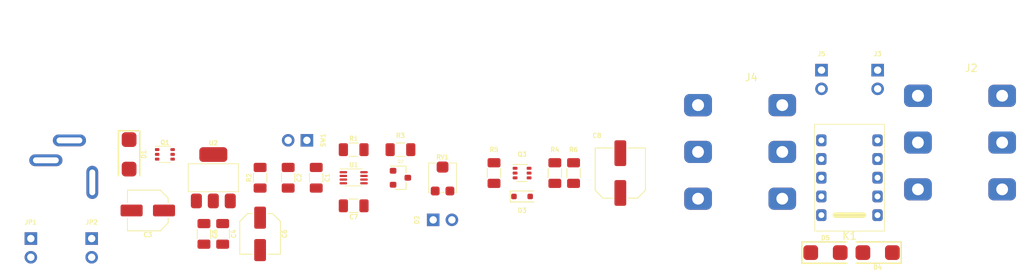
<source format=kicad_pcb>
(kicad_pcb (version 20171130) (host pcbnew "(5.0.2)-1")

  (general
    (thickness 1.6)
    (drawings 0)
    (tracks 0)
    (zones 0)
    (modules 34)
    (nets 33)
  )

  (page A4)
  (layers
    (0 F.Cu signal)
    (31 B.Cu signal)
    (32 B.Adhes user)
    (33 F.Adhes user)
    (34 B.Paste user)
    (35 F.Paste user)
    (36 B.SilkS user)
    (37 F.SilkS user)
    (38 B.Mask user)
    (39 F.Mask user)
    (40 Dwgs.User user)
    (41 Cmts.User user)
    (42 Eco1.User user)
    (43 Eco2.User user)
    (44 Edge.Cuts user)
    (45 Margin user)
    (46 B.CrtYd user)
    (47 F.CrtYd user)
    (48 B.Fab user)
    (49 F.Fab user)
  )

  (setup
    (last_trace_width 0.25)
    (trace_clearance 0.2)
    (zone_clearance 0.508)
    (zone_45_only no)
    (trace_min 0.2)
    (segment_width 0.2)
    (edge_width 0.15)
    (via_size 0.8)
    (via_drill 0.4)
    (via_min_size 0.4)
    (via_min_drill 0.3)
    (uvia_size 0.3)
    (uvia_drill 0.1)
    (uvias_allowed no)
    (uvia_min_size 0.2)
    (uvia_min_drill 0.1)
    (pcb_text_width 0.3)
    (pcb_text_size 1.5 1.5)
    (mod_edge_width 0.15)
    (mod_text_size 1 1)
    (mod_text_width 0.15)
    (pad_size 1.524 1.524)
    (pad_drill 0.762)
    (pad_to_mask_clearance 0.051)
    (solder_mask_min_width 0.25)
    (aux_axis_origin 0 0)
    (visible_elements 7FFFFFFF)
    (pcbplotparams
      (layerselection 0x010fc_ffffffff)
      (usegerberextensions false)
      (usegerberattributes false)
      (usegerberadvancedattributes false)
      (creategerberjobfile false)
      (excludeedgelayer true)
      (linewidth 0.050000)
      (plotframeref false)
      (viasonmask false)
      (mode 1)
      (useauxorigin false)
      (hpglpennumber 1)
      (hpglpenspeed 20)
      (hpglpendiameter 15.000000)
      (psnegative false)
      (psa4output false)
      (plotreference true)
      (plotvalue true)
      (plotinvisibletext false)
      (padsonsilk false)
      (subtractmaskfromsilk false)
      (outputformat 1)
      (mirror false)
      (drillshape 1)
      (scaleselection 1)
      (outputdirectory ""))
  )

  (net 0 "")
  (net 1 "Net-(Q2-Pad1)")
  (net 2 "Net-(D3-Pad2)")
  (net 3 "Net-(C8-Pad1)")
  (net 4 "Net-(R1-Pad2)")
  (net 5 "Net-(R2-Pad1)")
  (net 6 "Net-(C2-Pad1)")
  (net 7 "Net-(C1-Pad1)")
  (net 8 "Net-(C8-Pad2)")
  (net 9 SEND)
  (net 10 /BYPASS_IN)
  (net 11 RETURN)
  (net 12 /BYPASS_OUT)
  (net 13 "Net-(D2-Pad2)")
  (net 14 "Net-(J1-Pad3)")
  (net 15 "Net-(J2-PadRN)")
  (net 16 "Net-(J2-PadTN)")
  (net 17 "Net-(J2-PadR)")
  (net 18 "Net-(J4-PadR)")
  (net 19 "Net-(J4-PadTN)")
  (net 20 "Net-(J4-PadRN)")
  (net 21 "Net-(D4-Pad2)")
  (net 22 "Net-(U1-Pad2)")
  (net 23 "Net-(J2-PadSN)")
  (net 24 "Net-(J4-PadSN)")
  (net 25 /+VDC_PRE_PROTECTION)
  (net 26 "Net-(Q3-Pad2)")
  (net 27 "Net-(Q3-Pad6)")
  (net 28 GND_D)
  (net 29 +VDC)
  (net 30 +5.0VDC)
  (net 31 GND_A)
  (net 32 GND_CHASSIS)

  (net_class Default "This is the default net class."
    (clearance 0.2)
    (trace_width 0.25)
    (via_dia 0.8)
    (via_drill 0.4)
    (uvia_dia 0.3)
    (uvia_drill 0.1)
    (add_net +5.0VDC)
    (add_net +VDC)
    (add_net /+VDC_PRE_PROTECTION)
    (add_net /BYPASS_IN)
    (add_net /BYPASS_OUT)
    (add_net GND_A)
    (add_net GND_CHASSIS)
    (add_net GND_D)
    (add_net "Net-(C1-Pad1)")
    (add_net "Net-(C2-Pad1)")
    (add_net "Net-(C8-Pad1)")
    (add_net "Net-(C8-Pad2)")
    (add_net "Net-(D2-Pad2)")
    (add_net "Net-(D3-Pad2)")
    (add_net "Net-(D4-Pad2)")
    (add_net "Net-(J1-Pad3)")
    (add_net "Net-(J2-PadR)")
    (add_net "Net-(J2-PadRN)")
    (add_net "Net-(J2-PadSN)")
    (add_net "Net-(J2-PadTN)")
    (add_net "Net-(J4-PadR)")
    (add_net "Net-(J4-PadRN)")
    (add_net "Net-(J4-PadSN)")
    (add_net "Net-(J4-PadTN)")
    (add_net "Net-(Q2-Pad1)")
    (add_net "Net-(Q3-Pad2)")
    (add_net "Net-(Q3-Pad6)")
    (add_net "Net-(R1-Pad2)")
    (add_net "Net-(R2-Pad1)")
    (add_net "Net-(U1-Pad2)")
    (add_net RETURN)
    (add_net SEND)
  )

  (module SA_Jacks_DC:Lumberg_NEB_J_21_C_Top (layer F.Cu) (tedit 5C2F71EB) (tstamp 5C3A5AEF)
    (at 115.062 139.7 180)
    (descr $KICAD_MYGITHUBDATASHEETS$\Connectors_Jacks_DC\A-2237.pdf)
    (path /5C2E60BA)
    (fp_text reference J1 (at 0 5 180) (layer F.SilkS) hide
      (effects (font (size 1 1) (thickness 0.15)))
    )
    (fp_text value Lumberg_NEB_J_21_C (at 0 6.5 180) (layer F.Fab)
      (effects (font (size 1 1) (thickness 0.15)))
    )
    (fp_line (start 0 0) (end 0.5 0.5) (layer F.CrtYd) (width 0.12))
    (fp_line (start 0.5 -0.5) (end -0.5 0.5) (layer F.CrtYd) (width 0.12))
    (fp_line (start 0 0) (end -0.5 -0.5) (layer F.CrtYd) (width 0.12))
    (fp_line (start 0 -2) (end -0.5 -2.5) (layer F.CrtYd) (width 0.12))
    (fp_line (start -0.5 -1.5) (end 0 -2) (layer F.CrtYd) (width 0.12))
    (fp_line (start 0 -2) (end -0.5 -1.5) (layer F.CrtYd) (width 0.12))
    (fp_line (start 0.5 -1.5) (end 0 -2) (layer F.CrtYd) (width 0.12))
    (fp_line (start 0 -2) (end 0.5 -1.5) (layer F.CrtYd) (width 0.12))
    (fp_line (start 0.5 -2.5) (end 0 -2) (layer F.CrtYd) (width 0.12))
    (fp_line (start 0 -2) (end 0.5 -2.5) (layer F.CrtYd) (width 0.12))
    (fp_circle (center 0 -2) (end 0 -5.15) (layer F.CrtYd) (width 0.12))
    (fp_circle (center 0 0) (end 7 0) (layer F.CrtYd) (width 0.12))
    (pad 3 thru_hole oval (at 1.9 1.1 180) (size 4.5 1.6) (drill oval 3.5 0.8) (layers *.Cu *.Mask)
      (net 14 "Net-(J1-Pad3)"))
    (pad 2 thru_hole oval (at -1.3 3.8 180) (size 4.5 1.6) (drill oval 3.5 0.8) (layers *.Cu *.Mask)
      (net 25 /+VDC_PRE_PROTECTION))
    (pad 1 thru_hole oval (at -4.4 -1.9 180) (size 1.6 4.5) (drill oval 0.8 3.5) (layers *.Cu *.Mask)
      (net 31 GND_A))
    (model ${SA_LIB_3DSHAPES}/Lumberg_NEB_J_21_C/Lumberg_NEB_J_21_C_Top.step
      (at (xyz 0 0 0))
      (scale (xyz 1 1 1))
      (rotate (xyz 0 0 0))
    )
  )

  (module SA_Connectors_Pin_Headers_THT:PinHeader_1x02_P2.54mm_Vertical_Top (layer F.Cu) (tedit 5C2F6855) (tstamp 5C37D31F)
    (at 165.735 146.685 90)
    (descr "Through hole straight pin header, 1x02, 2.54mm pitch, single row")
    (tags "Through hole pin header THT 1x02 2.54mm single row")
    (path /5C4E6D21)
    (fp_text reference D2 (at -0.01 -2.21 90) (layer F.SilkS)
      (effects (font (size 0.6 0.6) (thickness 0.127)))
    )
    (fp_text value LED (at 0 4.62 90) (layer F.Fab)
      (effects (font (size 0.3 0.3) (thickness 0.03)))
    )
    (fp_text user %R (at 0 1.27 180) (layer F.Fab)
      (effects (font (size 0.4 0.4) (thickness 0.05)))
    )
    (fp_line (start 1.8 -1.8) (end -1.8 -1.8) (layer F.CrtYd) (width 0.05))
    (fp_line (start 1.8 4.35) (end 1.8 -1.8) (layer F.CrtYd) (width 0.05))
    (fp_line (start -1.8 4.35) (end 1.8 4.35) (layer F.CrtYd) (width 0.05))
    (fp_line (start -1.8 -1.8) (end -1.8 4.35) (layer F.CrtYd) (width 0.05))
    (fp_line (start -1.27 -0.635) (end -0.635 -1.27) (layer F.Fab) (width 0.1))
    (fp_line (start -1.27 3.81) (end -1.27 -0.635) (layer F.Fab) (width 0.1))
    (fp_line (start 1.27 3.81) (end -1.27 3.81) (layer F.Fab) (width 0.1))
    (fp_line (start 1.27 -1.27) (end 1.27 3.81) (layer F.Fab) (width 0.1))
    (fp_line (start -0.635 -1.27) (end 1.27 -1.27) (layer F.Fab) (width 0.1))
    (pad 2 thru_hole oval (at 0 2.54 90) (size 1.7 1.7) (drill 1) (layers *.Cu *.Mask)
      (net 13 "Net-(D2-Pad2)"))
    (pad 1 thru_hole rect (at 0 0 90) (size 1.7 1.7) (drill 1) (layers *.Cu *.Mask)
      (net 28 GND_D))
    (model ${SA_LIB_3DSHAPES}/Packages/PinHeader_1x02_P2.54mm_Vertical_Top.step
      (at (xyz 0 0 0))
      (scale (xyz 1 1 1))
      (rotate (xyz 0 0 0))
    )
  )

  (module SA_Connectors_Pin_Headers_THT:PinHeader_1x02_P2.54mm_Vertical_Top (layer F.Cu) (tedit 5C2F6855) (tstamp 5C37D310)
    (at 226.06 126.365)
    (descr "Through hole straight pin header, 1x02, 2.54mm pitch, single row")
    (tags "Through hole pin header THT 1x02 2.54mm single row")
    (path /5C324E72)
    (fp_text reference J3 (at -0.01 -2.21) (layer F.SilkS)
      (effects (font (size 0.6 0.6) (thickness 0.127)))
    )
    (fp_text value SEND (at 0 4.62) (layer F.Fab)
      (effects (font (size 0.3 0.3) (thickness 0.03)))
    )
    (fp_text user %R (at 0 1.27 90) (layer F.Fab)
      (effects (font (size 0.4 0.4) (thickness 0.05)))
    )
    (fp_line (start 1.8 -1.8) (end -1.8 -1.8) (layer F.CrtYd) (width 0.05))
    (fp_line (start 1.8 4.35) (end 1.8 -1.8) (layer F.CrtYd) (width 0.05))
    (fp_line (start -1.8 4.35) (end 1.8 4.35) (layer F.CrtYd) (width 0.05))
    (fp_line (start -1.8 -1.8) (end -1.8 4.35) (layer F.CrtYd) (width 0.05))
    (fp_line (start -1.27 -0.635) (end -0.635 -1.27) (layer F.Fab) (width 0.1))
    (fp_line (start -1.27 3.81) (end -1.27 -0.635) (layer F.Fab) (width 0.1))
    (fp_line (start 1.27 3.81) (end -1.27 3.81) (layer F.Fab) (width 0.1))
    (fp_line (start 1.27 -1.27) (end 1.27 3.81) (layer F.Fab) (width 0.1))
    (fp_line (start -0.635 -1.27) (end 1.27 -1.27) (layer F.Fab) (width 0.1))
    (pad 2 thru_hole oval (at 0 2.54) (size 1.7 1.7) (drill 1) (layers *.Cu *.Mask)
      (net 31 GND_A))
    (pad 1 thru_hole rect (at 0 0) (size 1.7 1.7) (drill 1) (layers *.Cu *.Mask)
      (net 9 SEND))
    (model ${SA_LIB_3DSHAPES}/Packages/PinHeader_1x02_P2.54mm_Vertical_Top.step
      (at (xyz 0 0 0))
      (scale (xyz 1 1 1))
      (rotate (xyz 0 0 0))
    )
  )

  (module SA_Connectors_Pin_Headers_THT:PinHeader_1x02_P2.54mm_Vertical_Top (layer F.Cu) (tedit 5C2F6855) (tstamp 5C37D301)
    (at 111.125 149.225)
    (descr "Through hole straight pin header, 1x02, 2.54mm pitch, single row")
    (tags "Through hole pin header THT 1x02 2.54mm single row")
    (path /5C57722A)
    (fp_text reference JP1 (at -0.01 -2.21) (layer F.SilkS)
      (effects (font (size 0.6 0.6) (thickness 0.127)))
    )
    (fp_text value Jumper_NO (at 0 4.62) (layer F.Fab)
      (effects (font (size 0.3 0.3) (thickness 0.03)))
    )
    (fp_text user %R (at 0 1.27 90) (layer F.Fab)
      (effects (font (size 0.4 0.4) (thickness 0.05)))
    )
    (fp_line (start 1.8 -1.8) (end -1.8 -1.8) (layer F.CrtYd) (width 0.05))
    (fp_line (start 1.8 4.35) (end 1.8 -1.8) (layer F.CrtYd) (width 0.05))
    (fp_line (start -1.8 4.35) (end 1.8 4.35) (layer F.CrtYd) (width 0.05))
    (fp_line (start -1.8 -1.8) (end -1.8 4.35) (layer F.CrtYd) (width 0.05))
    (fp_line (start -1.27 -0.635) (end -0.635 -1.27) (layer F.Fab) (width 0.1))
    (fp_line (start -1.27 3.81) (end -1.27 -0.635) (layer F.Fab) (width 0.1))
    (fp_line (start 1.27 3.81) (end -1.27 3.81) (layer F.Fab) (width 0.1))
    (fp_line (start 1.27 -1.27) (end 1.27 3.81) (layer F.Fab) (width 0.1))
    (fp_line (start -0.635 -1.27) (end 1.27 -1.27) (layer F.Fab) (width 0.1))
    (pad 2 thru_hole oval (at 0 2.54) (size 1.7 1.7) (drill 1) (layers *.Cu *.Mask)
      (net 28 GND_D))
    (pad 1 thru_hole rect (at 0 0) (size 1.7 1.7) (drill 1) (layers *.Cu *.Mask)
      (net 31 GND_A))
    (model ${SA_LIB_3DSHAPES}/Packages/PinHeader_1x02_P2.54mm_Vertical_Top.step
      (at (xyz 0 0 0))
      (scale (xyz 1 1 1))
      (rotate (xyz 0 0 0))
    )
  )

  (module SA_Connectors_Pin_Headers_THT:PinHeader_1x02_P2.54mm_Vertical_Top (layer F.Cu) (tedit 5C2F6855) (tstamp 5C37D2F2)
    (at 119.38 149.225)
    (descr "Through hole straight pin header, 1x02, 2.54mm pitch, single row")
    (tags "Through hole pin header THT 1x02 2.54mm single row")
    (path /5C56AFF9)
    (fp_text reference JP2 (at -0.01 -2.21) (layer F.SilkS)
      (effects (font (size 0.6 0.6) (thickness 0.127)))
    )
    (fp_text value Jumper_NO (at 0 4.62) (layer F.Fab)
      (effects (font (size 0.3 0.3) (thickness 0.03)))
    )
    (fp_text user %R (at 0 1.27 90) (layer F.Fab)
      (effects (font (size 0.4 0.4) (thickness 0.05)))
    )
    (fp_line (start 1.8 -1.8) (end -1.8 -1.8) (layer F.CrtYd) (width 0.05))
    (fp_line (start 1.8 4.35) (end 1.8 -1.8) (layer F.CrtYd) (width 0.05))
    (fp_line (start -1.8 4.35) (end 1.8 4.35) (layer F.CrtYd) (width 0.05))
    (fp_line (start -1.8 -1.8) (end -1.8 4.35) (layer F.CrtYd) (width 0.05))
    (fp_line (start -1.27 -0.635) (end -0.635 -1.27) (layer F.Fab) (width 0.1))
    (fp_line (start -1.27 3.81) (end -1.27 -0.635) (layer F.Fab) (width 0.1))
    (fp_line (start 1.27 3.81) (end -1.27 3.81) (layer F.Fab) (width 0.1))
    (fp_line (start 1.27 -1.27) (end 1.27 3.81) (layer F.Fab) (width 0.1))
    (fp_line (start -0.635 -1.27) (end 1.27 -1.27) (layer F.Fab) (width 0.1))
    (pad 2 thru_hole oval (at 0 2.54) (size 1.7 1.7) (drill 1) (layers *.Cu *.Mask)
      (net 32 GND_CHASSIS))
    (pad 1 thru_hole rect (at 0 0) (size 1.7 1.7) (drill 1) (layers *.Cu *.Mask)
      (net 31 GND_A))
    (model ${SA_LIB_3DSHAPES}/Packages/PinHeader_1x02_P2.54mm_Vertical_Top.step
      (at (xyz 0 0 0))
      (scale (xyz 1 1 1))
      (rotate (xyz 0 0 0))
    )
  )

  (module SA_Connectors_Pin_Headers_THT:PinHeader_1x02_P2.54mm_Vertical_Top (layer F.Cu) (tedit 5C2F6855) (tstamp 5C37D2E3)
    (at 218.44 126.365)
    (descr "Through hole straight pin header, 1x02, 2.54mm pitch, single row")
    (tags "Through hole pin header THT 1x02 2.54mm single row")
    (path /5C320A3B)
    (fp_text reference J5 (at -0.01 -2.21) (layer F.SilkS)
      (effects (font (size 0.6 0.6) (thickness 0.127)))
    )
    (fp_text value RETURN (at 0 4.62) (layer F.Fab)
      (effects (font (size 0.3 0.3) (thickness 0.03)))
    )
    (fp_text user %R (at 0 1.27 90) (layer F.Fab)
      (effects (font (size 0.4 0.4) (thickness 0.05)))
    )
    (fp_line (start 1.8 -1.8) (end -1.8 -1.8) (layer F.CrtYd) (width 0.05))
    (fp_line (start 1.8 4.35) (end 1.8 -1.8) (layer F.CrtYd) (width 0.05))
    (fp_line (start -1.8 4.35) (end 1.8 4.35) (layer F.CrtYd) (width 0.05))
    (fp_line (start -1.8 -1.8) (end -1.8 4.35) (layer F.CrtYd) (width 0.05))
    (fp_line (start -1.27 -0.635) (end -0.635 -1.27) (layer F.Fab) (width 0.1))
    (fp_line (start -1.27 3.81) (end -1.27 -0.635) (layer F.Fab) (width 0.1))
    (fp_line (start 1.27 3.81) (end -1.27 3.81) (layer F.Fab) (width 0.1))
    (fp_line (start 1.27 -1.27) (end 1.27 3.81) (layer F.Fab) (width 0.1))
    (fp_line (start -0.635 -1.27) (end 1.27 -1.27) (layer F.Fab) (width 0.1))
    (pad 2 thru_hole oval (at 0 2.54) (size 1.7 1.7) (drill 1) (layers *.Cu *.Mask)
      (net 31 GND_A))
    (pad 1 thru_hole rect (at 0 0) (size 1.7 1.7) (drill 1) (layers *.Cu *.Mask)
      (net 11 RETURN))
    (model ${SA_LIB_3DSHAPES}/Packages/PinHeader_1x02_P2.54mm_Vertical_Top.step
      (at (xyz 0 0 0))
      (scale (xyz 1 1 1))
      (rotate (xyz 0 0 0))
    )
  )

  (module SA_Connectors_Pin_Headers_THT:PinHeader_1x02_P2.54mm_Vertical_Top (layer F.Cu) (tedit 5C2F6855) (tstamp 5C37D2D4)
    (at 148.59 135.89 270)
    (descr "Through hole straight pin header, 1x02, 2.54mm pitch, single row")
    (tags "Through hole pin header THT 1x02 2.54mm single row")
    (path /5C2E8212)
    (fp_text reference SW1 (at -0.01 -2.21 270) (layer F.SilkS)
      (effects (font (size 0.6 0.6) (thickness 0.127)))
    )
    (fp_text value Momentary_NO (at 0 4.62 270) (layer F.Fab)
      (effects (font (size 0.3 0.3) (thickness 0.03)))
    )
    (fp_text user %R (at 0 1.27) (layer F.Fab)
      (effects (font (size 0.4 0.4) (thickness 0.05)))
    )
    (fp_line (start 1.8 -1.8) (end -1.8 -1.8) (layer F.CrtYd) (width 0.05))
    (fp_line (start 1.8 4.35) (end 1.8 -1.8) (layer F.CrtYd) (width 0.05))
    (fp_line (start -1.8 4.35) (end 1.8 4.35) (layer F.CrtYd) (width 0.05))
    (fp_line (start -1.8 -1.8) (end -1.8 4.35) (layer F.CrtYd) (width 0.05))
    (fp_line (start -1.27 -0.635) (end -0.635 -1.27) (layer F.Fab) (width 0.1))
    (fp_line (start -1.27 3.81) (end -1.27 -0.635) (layer F.Fab) (width 0.1))
    (fp_line (start 1.27 3.81) (end -1.27 3.81) (layer F.Fab) (width 0.1))
    (fp_line (start 1.27 -1.27) (end 1.27 3.81) (layer F.Fab) (width 0.1))
    (fp_line (start -0.635 -1.27) (end 1.27 -1.27) (layer F.Fab) (width 0.1))
    (pad 2 thru_hole oval (at 0 2.54 270) (size 1.7 1.7) (drill 1) (layers *.Cu *.Mask)
      (net 6 "Net-(C2-Pad1)"))
    (pad 1 thru_hole rect (at 0 0 270) (size 1.7 1.7) (drill 1) (layers *.Cu *.Mask)
      (net 7 "Net-(C1-Pad1)"))
    (model ${SA_LIB_3DSHAPES}/Packages/PinHeader_1x02_P2.54mm_Vertical_Top.step
      (at (xyz 0 0 0))
      (scale (xyz 1 1 1))
      (rotate (xyz 0 0 0))
    )
  )

  (module SA_CMOS_Logic_SMD:ON_Semi_NL37WZ14USG_US8-8 (layer F.Cu) (tedit 5C2426A1) (tstamp 5C318683)
    (at 154.94 140.97)
    (path /5C3275F6)
    (attr smd)
    (fp_text reference U1 (at 0 -1.75) (layer F.SilkS)
      (effects (font (size 0.6 0.6) (thickness 0.127)))
    )
    (fp_text value NL37WZ14USG (at 0 1.6) (layer F.Fab)
      (effects (font (size 0.3 0.3) (thickness 0.03)))
    )
    (fp_text user %R (at 0 0) (layer F.Fab)
      (effects (font (size 0.4 0.4) (thickness 0.05)))
    )
    (fp_line (start -1.15 -0.75) (end -0.875 -1.025) (layer F.Fab) (width 0.1))
    (fp_line (start -1.15 0.97) (end -1.15 -1.03) (layer F.Fab) (width 0.1))
    (fp_line (start 1.15 0.97) (end -1.15 0.97) (layer F.Fab) (width 0.1))
    (fp_line (start 1.15 -1.03) (end 1.15 0.97) (layer F.Fab) (width 0.1))
    (fp_line (start -1.15 -1.03) (end 1.15 -1.03) (layer F.Fab) (width 0.1))
    (fp_line (start 1.55 -0.65) (end 1.15 -0.65) (layer F.Fab) (width 0.1))
    (fp_line (start 1.15 -0.85) (end 1.55 -0.85) (layer F.Fab) (width 0.1))
    (fp_line (start 1.55 -0.85) (end 1.55 -0.65) (layer F.Fab) (width 0.1))
    (fp_line (start 1.55 -0.35) (end 1.55 -0.15) (layer F.Fab) (width 0.1))
    (fp_line (start 1.55 -0.15) (end 1.15 -0.15) (layer F.Fab) (width 0.1))
    (fp_line (start 1.15 -0.35) (end 1.55 -0.35) (layer F.Fab) (width 0.1))
    (fp_line (start 1.55 0.15) (end 1.55 0.35) (layer F.Fab) (width 0.1))
    (fp_line (start 1.55 0.35) (end 1.15 0.35) (layer F.Fab) (width 0.1))
    (fp_line (start 1.15 0.15) (end 1.55 0.15) (layer F.Fab) (width 0.1))
    (fp_line (start 1.55 0.85) (end 1.15 0.85) (layer F.Fab) (width 0.1))
    (fp_line (start 1.55 0.65) (end 1.55 0.85) (layer F.Fab) (width 0.1))
    (fp_line (start 1.15 0.65) (end 1.55 0.65) (layer F.Fab) (width 0.1))
    (fp_line (start -1.6 0.65) (end -1.2 0.65) (layer F.Fab) (width 0.1))
    (fp_line (start -1.2 0.85) (end -1.6 0.85) (layer F.Fab) (width 0.1))
    (fp_line (start -1.6 0.85) (end -1.6 0.65) (layer F.Fab) (width 0.1))
    (fp_line (start -1.55 0.15) (end -1.15 0.15) (layer F.Fab) (width 0.1))
    (fp_line (start -1.15 0.35) (end -1.55 0.35) (layer F.Fab) (width 0.1))
    (fp_line (start -1.55 0.35) (end -1.55 0.15) (layer F.Fab) (width 0.1))
    (fp_line (start -1.15 -0.15) (end -1.55 -0.15) (layer F.Fab) (width 0.1))
    (fp_line (start -1.55 -0.15) (end -1.55 -0.35) (layer F.Fab) (width 0.1))
    (fp_line (start -1.55 -0.35) (end -1.15 -0.35) (layer F.Fab) (width 0.1))
    (fp_line (start -1.55 -0.85) (end -1.15 -0.85) (layer F.Fab) (width 0.1))
    (fp_line (start -1.55 -0.65) (end -1.55 -0.85) (layer F.Fab) (width 0.1))
    (fp_line (start -1.15 -0.65) (end -1.55 -0.65) (layer F.Fab) (width 0.1))
    (fp_line (start 2 1.3) (end 2 -1.3) (layer B.CrtYd) (width 0.05))
    (fp_line (start -1.9 1.3) (end 2 1.3) (layer B.CrtYd) (width 0.05))
    (fp_line (start -2 1.3) (end -1.9 1.3) (layer B.CrtYd) (width 0.05))
    (fp_line (start -2 -1.3) (end -2 1.3) (layer B.CrtYd) (width 0.05))
    (fp_line (start 2 -1.3) (end -2 -1.3) (layer B.CrtYd) (width 0.05))
    (fp_line (start 1.15 1.1) (end -1.15 1.1) (layer F.SilkS) (width 0.1))
    (fp_line (start 1.15 -1.2) (end -1.85 -1.2) (layer F.SilkS) (width 0.1))
    (pad 5 smd roundrect (at 1.4 0.75) (size 1 0.3) (layers F.Cu F.Paste F.Mask) (roundrect_rratio 0.25)
      (net 4 "Net-(R1-Pad2)"))
    (pad 6 smd roundrect (at 1.4 0.25) (size 1 0.3) (layers F.Cu F.Paste F.Mask) (roundrect_rratio 0.25)
      (net 30 +5.0VDC))
    (pad 7 smd roundrect (at 1.4 -0.25) (size 1 0.3) (layers F.Cu F.Paste F.Mask) (roundrect_rratio 0.25)
      (net 5 "Net-(R2-Pad1)"))
    (pad 8 smd roundrect (at 1.4 -0.75) (size 1 0.3) (layers F.Cu F.Paste F.Mask) (roundrect_rratio 0.25)
      (net 30 +5.0VDC))
    (pad 4 smd roundrect (at -1.4 0.75) (size 1 0.3) (layers F.Cu F.Paste F.Mask) (roundrect_rratio 0.25)
      (net 28 GND_D))
    (pad 1 smd roundrect (at -1.4 -0.75) (size 1 0.3) (layers F.Cu F.Paste F.Mask) (roundrect_rratio 0.25)
      (net 7 "Net-(C1-Pad1)"))
    (pad 2 smd roundrect (at -1.4 -0.25) (size 1 0.3) (layers F.Cu F.Paste F.Mask) (roundrect_rratio 0.25)
      (net 22 "Net-(U1-Pad2)"))
    (pad 3 smd roundrect (at -1.4 0.25) (size 1 0.3) (layers F.Cu F.Paste F.Mask) (roundrect_rratio 0.25)
      (net 5 "Net-(R2-Pad1)"))
    (model ${SA_LIB_3DSHAPES}/ON_Semi_NL37WZ14USG_US8-8/ON_Semi_NL37WZ14USG_US8-8.step
      (at (xyz 0 0 0))
      (scale (xyz 1 1 1))
      (rotate (xyz 0 0 0))
    )
  )

  (module SA_Capacitors_SMD:C_1206_3216M (layer F.Cu) (tedit 5C29F026) (tstamp 5C318652)
    (at 146.05 140.97 270)
    (descr "Capacitor SMD 1206 (3216 Metric), square (rectangular) end terminal, IPC_7351 nominal, (Body size source: http://www.tortai-tech.com/upload/download/2011102023233369053.pdf), generated with kicad-footprint-generator")
    (tags capacitor)
    (path /5C2E9B1B)
    (attr smd)
    (fp_text reference C2 (at 0 -1.5 270) (layer F.SilkS)
      (effects (font (size 0.6 0.6) (thickness 0.127)))
    )
    (fp_text value 0.22 (at 0 1.35 270) (layer F.Fab)
      (effects (font (size 0.3 0.3) (thickness 0.03)))
    )
    (fp_text user %R (at 0 0 270) (layer F.Fab)
      (effects (font (size 0.4 0.4) (thickness 0.05)))
    )
    (fp_line (start 2.28 1.12) (end -2.28 1.12) (layer F.CrtYd) (width 0.05))
    (fp_line (start 2.28 -1.12) (end 2.28 1.12) (layer F.CrtYd) (width 0.05))
    (fp_line (start -2.28 -1.12) (end 2.28 -1.12) (layer F.CrtYd) (width 0.05))
    (fp_line (start -2.28 1.12) (end -2.28 -1.12) (layer F.CrtYd) (width 0.05))
    (fp_line (start -0.602064 0.91) (end 0.602064 0.91) (layer F.SilkS) (width 0.12))
    (fp_line (start -0.602064 -0.91) (end 0.602064 -0.91) (layer F.SilkS) (width 0.12))
    (fp_line (start 1.6 0.8) (end -1.6 0.8) (layer F.Fab) (width 0.1))
    (fp_line (start 1.6 -0.8) (end 1.6 0.8) (layer F.Fab) (width 0.1))
    (fp_line (start -1.6 -0.8) (end 1.6 -0.8) (layer F.Fab) (width 0.1))
    (fp_line (start -1.6 0.8) (end -1.6 -0.8) (layer F.Fab) (width 0.1))
    (pad 2 smd roundrect (at 1.4 0 270) (size 1.25 1.75) (layers F.Cu F.Paste F.Mask) (roundrect_rratio 0.2)
      (net 28 GND_D))
    (pad 1 smd roundrect (at -1.4 0 270) (size 1.25 1.75) (layers F.Cu F.Paste F.Mask) (roundrect_rratio 0.2)
      (net 6 "Net-(C2-Pad1)"))
    (model ${SA_LIB_3DSHAPES}/Packages/C_1206_3216Metric.step
      (at (xyz 0 0 0))
      (scale (xyz 1 1 1))
      (rotate (xyz 0 0 0))
    )
  )

  (module SA_Capacitors_SMD:C_1206_3216M (layer F.Cu) (tedit 5C29F026) (tstamp 5C318641)
    (at 137.16 148.59 270)
    (descr "Capacitor SMD 1206 (3216 Metric), square (rectangular) end terminal, IPC_7351 nominal, (Body size source: http://www.tortai-tech.com/upload/download/2011102023233369053.pdf), generated with kicad-footprint-generator")
    (tags capacitor)
    (path /5C2EBC3A)
    (attr smd)
    (fp_text reference C4 (at 0 -1.5 270) (layer F.SilkS)
      (effects (font (size 0.6 0.6) (thickness 0.127)))
    )
    (fp_text value 0.1 (at 0 1.35 270) (layer F.Fab)
      (effects (font (size 0.3 0.3) (thickness 0.03)))
    )
    (fp_text user %R (at 0 0 270) (layer F.Fab)
      (effects (font (size 0.4 0.4) (thickness 0.05)))
    )
    (fp_line (start 2.28 1.12) (end -2.28 1.12) (layer F.CrtYd) (width 0.05))
    (fp_line (start 2.28 -1.12) (end 2.28 1.12) (layer F.CrtYd) (width 0.05))
    (fp_line (start -2.28 -1.12) (end 2.28 -1.12) (layer F.CrtYd) (width 0.05))
    (fp_line (start -2.28 1.12) (end -2.28 -1.12) (layer F.CrtYd) (width 0.05))
    (fp_line (start -0.602064 0.91) (end 0.602064 0.91) (layer F.SilkS) (width 0.12))
    (fp_line (start -0.602064 -0.91) (end 0.602064 -0.91) (layer F.SilkS) (width 0.12))
    (fp_line (start 1.6 0.8) (end -1.6 0.8) (layer F.Fab) (width 0.1))
    (fp_line (start 1.6 -0.8) (end 1.6 0.8) (layer F.Fab) (width 0.1))
    (fp_line (start -1.6 -0.8) (end 1.6 -0.8) (layer F.Fab) (width 0.1))
    (fp_line (start -1.6 0.8) (end -1.6 -0.8) (layer F.Fab) (width 0.1))
    (pad 2 smd roundrect (at 1.4 0 270) (size 1.25 1.75) (layers F.Cu F.Paste F.Mask) (roundrect_rratio 0.2)
      (net 28 GND_D))
    (pad 1 smd roundrect (at -1.4 0 270) (size 1.25 1.75) (layers F.Cu F.Paste F.Mask) (roundrect_rratio 0.2)
      (net 29 +VDC))
    (model ${SA_LIB_3DSHAPES}/Packages/C_1206_3216Metric.step
      (at (xyz 0 0 0))
      (scale (xyz 1 1 1))
      (rotate (xyz 0 0 0))
    )
  )

  (module SA_Capacitors_SMD:C_1206_3216M (layer F.Cu) (tedit 5C29F026) (tstamp 5C318630)
    (at 134.62 148.59 270)
    (descr "Capacitor SMD 1206 (3216 Metric), square (rectangular) end terminal, IPC_7351 nominal, (Body size source: http://www.tortai-tech.com/upload/download/2011102023233369053.pdf), generated with kicad-footprint-generator")
    (tags capacitor)
    (path /5C2FBA40)
    (attr smd)
    (fp_text reference C5 (at 0 -1.5 270) (layer F.SilkS)
      (effects (font (size 0.6 0.6) (thickness 0.127)))
    )
    (fp_text value 0.1 (at 0 1.35 270) (layer F.Fab)
      (effects (font (size 0.3 0.3) (thickness 0.03)))
    )
    (fp_text user %R (at 0 0 270) (layer F.Fab)
      (effects (font (size 0.4 0.4) (thickness 0.05)))
    )
    (fp_line (start 2.28 1.12) (end -2.28 1.12) (layer F.CrtYd) (width 0.05))
    (fp_line (start 2.28 -1.12) (end 2.28 1.12) (layer F.CrtYd) (width 0.05))
    (fp_line (start -2.28 -1.12) (end 2.28 -1.12) (layer F.CrtYd) (width 0.05))
    (fp_line (start -2.28 1.12) (end -2.28 -1.12) (layer F.CrtYd) (width 0.05))
    (fp_line (start -0.602064 0.91) (end 0.602064 0.91) (layer F.SilkS) (width 0.12))
    (fp_line (start -0.602064 -0.91) (end 0.602064 -0.91) (layer F.SilkS) (width 0.12))
    (fp_line (start 1.6 0.8) (end -1.6 0.8) (layer F.Fab) (width 0.1))
    (fp_line (start 1.6 -0.8) (end 1.6 0.8) (layer F.Fab) (width 0.1))
    (fp_line (start -1.6 -0.8) (end 1.6 -0.8) (layer F.Fab) (width 0.1))
    (fp_line (start -1.6 0.8) (end -1.6 -0.8) (layer F.Fab) (width 0.1))
    (pad 2 smd roundrect (at 1.4 0 270) (size 1.25 1.75) (layers F.Cu F.Paste F.Mask) (roundrect_rratio 0.2)
      (net 28 GND_D))
    (pad 1 smd roundrect (at -1.4 0 270) (size 1.25 1.75) (layers F.Cu F.Paste F.Mask) (roundrect_rratio 0.2)
      (net 30 +5.0VDC))
    (model ${SA_LIB_3DSHAPES}/Packages/C_1206_3216Metric.step
      (at (xyz 0 0 0))
      (scale (xyz 1 1 1))
      (rotate (xyz 0 0 0))
    )
  )

  (module SA_Capacitors_SMD:C_1206_3216M (layer F.Cu) (tedit 5C29F026) (tstamp 5C31861F)
    (at 154.94 144.78 180)
    (descr "Capacitor SMD 1206 (3216 Metric), square (rectangular) end terminal, IPC_7351 nominal, (Body size source: http://www.tortai-tech.com/upload/download/2011102023233369053.pdf), generated with kicad-footprint-generator")
    (tags capacitor)
    (path /5C322327)
    (attr smd)
    (fp_text reference C7 (at 0 -1.5 180) (layer F.SilkS)
      (effects (font (size 0.6 0.6) (thickness 0.127)))
    )
    (fp_text value 0.1 (at 0 1.35 180) (layer F.Fab)
      (effects (font (size 0.3 0.3) (thickness 0.03)))
    )
    (fp_text user %R (at 0 0 180) (layer F.Fab)
      (effects (font (size 0.4 0.4) (thickness 0.05)))
    )
    (fp_line (start 2.28 1.12) (end -2.28 1.12) (layer F.CrtYd) (width 0.05))
    (fp_line (start 2.28 -1.12) (end 2.28 1.12) (layer F.CrtYd) (width 0.05))
    (fp_line (start -2.28 -1.12) (end 2.28 -1.12) (layer F.CrtYd) (width 0.05))
    (fp_line (start -2.28 1.12) (end -2.28 -1.12) (layer F.CrtYd) (width 0.05))
    (fp_line (start -0.602064 0.91) (end 0.602064 0.91) (layer F.SilkS) (width 0.12))
    (fp_line (start -0.602064 -0.91) (end 0.602064 -0.91) (layer F.SilkS) (width 0.12))
    (fp_line (start 1.6 0.8) (end -1.6 0.8) (layer F.Fab) (width 0.1))
    (fp_line (start 1.6 -0.8) (end 1.6 0.8) (layer F.Fab) (width 0.1))
    (fp_line (start -1.6 -0.8) (end 1.6 -0.8) (layer F.Fab) (width 0.1))
    (fp_line (start -1.6 0.8) (end -1.6 -0.8) (layer F.Fab) (width 0.1))
    (pad 2 smd roundrect (at 1.4 0 180) (size 1.25 1.75) (layers F.Cu F.Paste F.Mask) (roundrect_rratio 0.2)
      (net 28 GND_D))
    (pad 1 smd roundrect (at -1.4 0 180) (size 1.25 1.75) (layers F.Cu F.Paste F.Mask) (roundrect_rratio 0.2)
      (net 30 +5.0VDC))
    (model ${SA_LIB_3DSHAPES}/Packages/C_1206_3216Metric.step
      (at (xyz 0 0 0))
      (scale (xyz 1 1 1))
      (rotate (xyz 0 0 0))
    )
  )

  (module SA_Capacitors_SMD:C_1206_3216M (layer F.Cu) (tedit 5C29F026) (tstamp 5C31860E)
    (at 149.86 140.97 270)
    (descr "Capacitor SMD 1206 (3216 Metric), square (rectangular) end terminal, IPC_7351 nominal, (Body size source: http://www.tortai-tech.com/upload/download/2011102023233369053.pdf), generated with kicad-footprint-generator")
    (tags capacitor)
    (path /5C2E9AB4)
    (attr smd)
    (fp_text reference C1 (at 0 -1.5 270) (layer F.SilkS)
      (effects (font (size 0.6 0.6) (thickness 0.127)))
    )
    (fp_text value 0.1 (at 0 1.35 270) (layer F.Fab)
      (effects (font (size 0.3 0.3) (thickness 0.03)))
    )
    (fp_text user %R (at 0 0 270) (layer F.Fab)
      (effects (font (size 0.4 0.4) (thickness 0.05)))
    )
    (fp_line (start 2.28 1.12) (end -2.28 1.12) (layer F.CrtYd) (width 0.05))
    (fp_line (start 2.28 -1.12) (end 2.28 1.12) (layer F.CrtYd) (width 0.05))
    (fp_line (start -2.28 -1.12) (end 2.28 -1.12) (layer F.CrtYd) (width 0.05))
    (fp_line (start -2.28 1.12) (end -2.28 -1.12) (layer F.CrtYd) (width 0.05))
    (fp_line (start -0.602064 0.91) (end 0.602064 0.91) (layer F.SilkS) (width 0.12))
    (fp_line (start -0.602064 -0.91) (end 0.602064 -0.91) (layer F.SilkS) (width 0.12))
    (fp_line (start 1.6 0.8) (end -1.6 0.8) (layer F.Fab) (width 0.1))
    (fp_line (start 1.6 -0.8) (end 1.6 0.8) (layer F.Fab) (width 0.1))
    (fp_line (start -1.6 -0.8) (end 1.6 -0.8) (layer F.Fab) (width 0.1))
    (fp_line (start -1.6 0.8) (end -1.6 -0.8) (layer F.Fab) (width 0.1))
    (pad 2 smd roundrect (at 1.4 0 270) (size 1.25 1.75) (layers F.Cu F.Paste F.Mask) (roundrect_rratio 0.2)
      (net 28 GND_D))
    (pad 1 smd roundrect (at -1.4 0 270) (size 1.25 1.75) (layers F.Cu F.Paste F.Mask) (roundrect_rratio 0.2)
      (net 7 "Net-(C1-Pad1)"))
    (model ${SA_LIB_3DSHAPES}/Packages/C_1206_3216Metric.step
      (at (xyz 0 0 0))
      (scale (xyz 1 1 1))
      (rotate (xyz 0 0 0))
    )
  )

  (module SA_Capacitors_SMD:Nichicon_UWT1E101MCL1GS_100uF_25V_6.3x7.7mm (layer F.Cu) (tedit 5C256114) (tstamp 5C3185FD)
    (at 191.135 140.335 90)
    (descr "SMD capacitor, aluminum electrolytic, Nichicon, 6.3x7.7mm")
    (tags "capacitor electrolytic")
    (path /5C344162)
    (attr smd)
    (fp_text reference C8 (at 5.08 -3.175 180) (layer F.SilkS)
      (effects (font (size 0.6 0.6) (thickness 0.127)))
    )
    (fp_text value 100/25 (at 0 3.8 90) (layer F.Fab)
      (effects (font (size 0.3 0.3) (thickness 0.03)))
    )
    (fp_text user %R (at 0 0 90) (layer F.Fab)
      (effects (font (size 0.4 0.4) (thickness 0.05)))
    )
    (fp_line (start -4.7 1.05) (end -3.55 1.05) (layer F.CrtYd) (width 0.05))
    (fp_line (start -4.7 -1.05) (end -4.7 1.05) (layer F.CrtYd) (width 0.05))
    (fp_line (start -3.55 -1.05) (end -4.7 -1.05) (layer F.CrtYd) (width 0.05))
    (fp_line (start -3.55 1.05) (end -3.55 2.4) (layer F.CrtYd) (width 0.05))
    (fp_line (start -3.55 -2.4) (end -3.55 -1.05) (layer F.CrtYd) (width 0.05))
    (fp_line (start -3.55 -2.4) (end -2.4 -3.55) (layer F.CrtYd) (width 0.05))
    (fp_line (start -3.55 2.4) (end -2.4 3.55) (layer F.CrtYd) (width 0.05))
    (fp_line (start -2.4 -3.55) (end 3.55 -3.55) (layer F.CrtYd) (width 0.05))
    (fp_line (start -2.4 3.55) (end 3.55 3.55) (layer F.CrtYd) (width 0.05))
    (fp_line (start 3.55 1.05) (end 3.55 3.55) (layer F.CrtYd) (width 0.05))
    (fp_line (start 4.7 1.05) (end 3.55 1.05) (layer F.CrtYd) (width 0.05))
    (fp_line (start 4.7 -1.05) (end 4.7 1.05) (layer F.CrtYd) (width 0.05))
    (fp_line (start 3.55 -1.05) (end 4.7 -1.05) (layer F.CrtYd) (width 0.05))
    (fp_line (start 3.55 -3.55) (end 3.55 -1.05) (layer F.CrtYd) (width 0.05))
    (fp_line (start -3.41 2.345563) (end -2.345563 3.41) (layer F.SilkS) (width 0.12))
    (fp_line (start -3.41 -2.345563) (end -2.345563 -3.41) (layer F.SilkS) (width 0.12))
    (fp_line (start -3.41 -2.345563) (end -3.41 -1.06) (layer F.SilkS) (width 0.12))
    (fp_line (start -3.41 2.345563) (end -3.41 1.06) (layer F.SilkS) (width 0.12))
    (fp_line (start -2.345563 3.41) (end 3.41 3.41) (layer F.SilkS) (width 0.12))
    (fp_line (start -2.345563 -3.41) (end 3.41 -3.41) (layer F.SilkS) (width 0.12))
    (fp_line (start 3.41 -3.41) (end 3.41 -1.06) (layer F.SilkS) (width 0.12))
    (fp_line (start 3.41 3.41) (end 3.41 1.06) (layer F.SilkS) (width 0.12))
    (fp_line (start -2.389838 -1.645) (end -2.389838 -1.015) (layer F.Fab) (width 0.1))
    (fp_line (start -2.704838 -1.33) (end -2.074838 -1.33) (layer F.Fab) (width 0.1))
    (fp_line (start -3.3 2.3) (end -2.3 3.3) (layer F.Fab) (width 0.1))
    (fp_line (start -3.3 -2.3) (end -2.3 -3.3) (layer F.Fab) (width 0.1))
    (fp_line (start -3.3 -2.3) (end -3.3 2.3) (layer F.Fab) (width 0.1))
    (fp_line (start -2.3 3.3) (end 3.3 3.3) (layer F.Fab) (width 0.1))
    (fp_line (start -2.3 -3.3) (end 3.3 -3.3) (layer F.Fab) (width 0.1))
    (fp_line (start 3.3 -3.3) (end 3.3 3.3) (layer F.Fab) (width 0.1))
    (fp_circle (center 0 0) (end 3.15 0) (layer F.Fab) (width 0.1))
    (pad 2 smd roundrect (at 2.7 0 90) (size 3.5 1.6) (layers F.Cu F.Paste F.Mask) (roundrect_rratio 0.15625)
      (net 8 "Net-(C8-Pad2)"))
    (pad 1 smd roundrect (at -2.7 0 90) (size 3.5 1.6) (layers F.Cu F.Paste F.Mask) (roundrect_rratio 0.15625)
      (net 3 "Net-(C8-Pad1)"))
    (model ${SA_LIB_3DSHAPES}/Nichicon_UWT1E101MCL1GS_100uF_25V_6.3x7.7mm/Nichicon_UWT1E101MCL1GS_100uF_25V_6.3x7.7mm.step
      (at (xyz 0 0 0))
      (scale (xyz 1 1 1))
      (rotate (xyz 0 0 0))
    )
  )

  (module SA_Capacitors_SMD:Nichicon_UWT1V100MCL1GB_10uF_35V_5.0x5.4mm (layer F.Cu) (tedit 5C256183) (tstamp 5C3C4CA2)
    (at 127 145.415 180)
    (descr "SMD capacitor, aluminum electrolytic, Nichicon, 5.0x5.4mm")
    (tags "capacitor electrolytic")
    (path /5C2EBB4F)
    (attr smd)
    (fp_text reference C3 (at 0 -3.3 180) (layer F.SilkS)
      (effects (font (size 0.6 0.6) (thickness 0.127)))
    )
    (fp_text value 10/35V (at 0 3.2 180) (layer F.Fab)
      (effects (font (size 0.3 0.3) (thickness 0.03)))
    )
    (fp_text user %R (at 0 0 180) (layer F.Fab)
      (effects (font (size 0.4 0.4) (thickness 0.05)))
    )
    (fp_line (start -3.95 1.05) (end -2.9 1.05) (layer F.CrtYd) (width 0.05))
    (fp_line (start -3.95 -1.05) (end -3.95 1.05) (layer F.CrtYd) (width 0.05))
    (fp_line (start -2.9 -1.05) (end -3.95 -1.05) (layer F.CrtYd) (width 0.05))
    (fp_line (start -2.9 1.05) (end -2.9 1.75) (layer F.CrtYd) (width 0.05))
    (fp_line (start -2.9 -1.75) (end -2.9 -1.05) (layer F.CrtYd) (width 0.05))
    (fp_line (start -2.9 -1.75) (end -1.75 -2.9) (layer F.CrtYd) (width 0.05))
    (fp_line (start -2.9 1.75) (end -1.75 2.9) (layer F.CrtYd) (width 0.05))
    (fp_line (start -1.75 -2.9) (end 2.9 -2.9) (layer F.CrtYd) (width 0.05))
    (fp_line (start -1.75 2.9) (end 2.9 2.9) (layer F.CrtYd) (width 0.05))
    (fp_line (start 2.9 1.05) (end 2.9 2.9) (layer F.CrtYd) (width 0.05))
    (fp_line (start 3.95 1.05) (end 2.9 1.05) (layer F.CrtYd) (width 0.05))
    (fp_line (start 3.95 -1.05) (end 3.95 1.05) (layer F.CrtYd) (width 0.05))
    (fp_line (start 2.9 -1.05) (end 3.95 -1.05) (layer F.CrtYd) (width 0.05))
    (fp_line (start 2.9 -2.9) (end 2.9 -1.05) (layer F.CrtYd) (width 0.05))
    (fp_line (start -2.76 1.695563) (end -1.695563 2.76) (layer F.SilkS) (width 0.12))
    (fp_line (start -2.76 -1.695563) (end -1.695563 -2.76) (layer F.SilkS) (width 0.12))
    (fp_line (start -2.76 -1.695563) (end -2.76 -1.06) (layer F.SilkS) (width 0.12))
    (fp_line (start -2.76 1.695563) (end -2.76 1.06) (layer F.SilkS) (width 0.12))
    (fp_line (start -1.695563 2.76) (end 2.76 2.76) (layer F.SilkS) (width 0.12))
    (fp_line (start -1.695563 -2.76) (end 2.76 -2.76) (layer F.SilkS) (width 0.12))
    (fp_line (start 2.76 -2.76) (end 2.76 -1.06) (layer F.SilkS) (width 0.12))
    (fp_line (start 2.76 2.76) (end 2.76 1.06) (layer F.SilkS) (width 0.12))
    (fp_line (start -1.783956 -1.45) (end -1.783956 -0.95) (layer F.Fab) (width 0.1))
    (fp_line (start -2.033956 -1.2) (end -1.533956 -1.2) (layer F.Fab) (width 0.1))
    (fp_line (start -2.65 1.65) (end -1.65 2.65) (layer F.Fab) (width 0.1))
    (fp_line (start -2.65 -1.65) (end -1.65 -2.65) (layer F.Fab) (width 0.1))
    (fp_line (start -2.65 -1.65) (end -2.65 1.65) (layer F.Fab) (width 0.1))
    (fp_line (start -1.65 2.65) (end 2.65 2.65) (layer F.Fab) (width 0.1))
    (fp_line (start -1.65 -2.65) (end 2.65 -2.65) (layer F.Fab) (width 0.1))
    (fp_line (start 2.65 -2.65) (end 2.65 2.65) (layer F.Fab) (width 0.1))
    (fp_circle (center 0 0) (end 2.5 0) (layer F.Fab) (width 0.1))
    (pad 2 smd roundrect (at 2.2 0 180) (size 3 1.6) (layers F.Cu F.Paste F.Mask) (roundrect_rratio 0.15625)
      (net 28 GND_D))
    (pad 1 smd roundrect (at -2.2 0 180) (size 3 1.6) (layers F.Cu F.Paste F.Mask) (roundrect_rratio 0.15625)
      (net 29 +VDC))
    (model ${SA_LIB_3DSHAPES}/Nichicon_UWT1V100MCL1GB_10uF_35V_5.0x5.4mm/Nichicon_UWT1V100MCL1GB_10uF_35V_5.0x5.4mm.step
      (at (xyz 0 0 0))
      (scale (xyz 1 1 1))
      (rotate (xyz 0 0 0))
    )
  )

  (module SA_Capacitors_SMD:Nichicon_UWT1V100MCL1GB_10uF_35V_5.0x5.4mm (layer F.Cu) (tedit 5C256183) (tstamp 5C3185B1)
    (at 142.24 148.59 270)
    (descr "SMD capacitor, aluminum electrolytic, Nichicon, 5.0x5.4mm")
    (tags "capacitor electrolytic")
    (path /5C2FEF4E)
    (attr smd)
    (fp_text reference C6 (at 0 -3.3 270) (layer F.SilkS)
      (effects (font (size 0.6 0.6) (thickness 0.127)))
    )
    (fp_text value 10/35V (at 0 3.2 270) (layer F.Fab)
      (effects (font (size 0.3 0.3) (thickness 0.03)))
    )
    (fp_text user %R (at 0 0 270) (layer F.Fab)
      (effects (font (size 0.4 0.4) (thickness 0.05)))
    )
    (fp_line (start -3.95 1.05) (end -2.9 1.05) (layer F.CrtYd) (width 0.05))
    (fp_line (start -3.95 -1.05) (end -3.95 1.05) (layer F.CrtYd) (width 0.05))
    (fp_line (start -2.9 -1.05) (end -3.95 -1.05) (layer F.CrtYd) (width 0.05))
    (fp_line (start -2.9 1.05) (end -2.9 1.75) (layer F.CrtYd) (width 0.05))
    (fp_line (start -2.9 -1.75) (end -2.9 -1.05) (layer F.CrtYd) (width 0.05))
    (fp_line (start -2.9 -1.75) (end -1.75 -2.9) (layer F.CrtYd) (width 0.05))
    (fp_line (start -2.9 1.75) (end -1.75 2.9) (layer F.CrtYd) (width 0.05))
    (fp_line (start -1.75 -2.9) (end 2.9 -2.9) (layer F.CrtYd) (width 0.05))
    (fp_line (start -1.75 2.9) (end 2.9 2.9) (layer F.CrtYd) (width 0.05))
    (fp_line (start 2.9 1.05) (end 2.9 2.9) (layer F.CrtYd) (width 0.05))
    (fp_line (start 3.95 1.05) (end 2.9 1.05) (layer F.CrtYd) (width 0.05))
    (fp_line (start 3.95 -1.05) (end 3.95 1.05) (layer F.CrtYd) (width 0.05))
    (fp_line (start 2.9 -1.05) (end 3.95 -1.05) (layer F.CrtYd) (width 0.05))
    (fp_line (start 2.9 -2.9) (end 2.9 -1.05) (layer F.CrtYd) (width 0.05))
    (fp_line (start -2.76 1.695563) (end -1.695563 2.76) (layer F.SilkS) (width 0.12))
    (fp_line (start -2.76 -1.695563) (end -1.695563 -2.76) (layer F.SilkS) (width 0.12))
    (fp_line (start -2.76 -1.695563) (end -2.76 -1.06) (layer F.SilkS) (width 0.12))
    (fp_line (start -2.76 1.695563) (end -2.76 1.06) (layer F.SilkS) (width 0.12))
    (fp_line (start -1.695563 2.76) (end 2.76 2.76) (layer F.SilkS) (width 0.12))
    (fp_line (start -1.695563 -2.76) (end 2.76 -2.76) (layer F.SilkS) (width 0.12))
    (fp_line (start 2.76 -2.76) (end 2.76 -1.06) (layer F.SilkS) (width 0.12))
    (fp_line (start 2.76 2.76) (end 2.76 1.06) (layer F.SilkS) (width 0.12))
    (fp_line (start -1.783956 -1.45) (end -1.783956 -0.95) (layer F.Fab) (width 0.1))
    (fp_line (start -2.033956 -1.2) (end -1.533956 -1.2) (layer F.Fab) (width 0.1))
    (fp_line (start -2.65 1.65) (end -1.65 2.65) (layer F.Fab) (width 0.1))
    (fp_line (start -2.65 -1.65) (end -1.65 -2.65) (layer F.Fab) (width 0.1))
    (fp_line (start -2.65 -1.65) (end -2.65 1.65) (layer F.Fab) (width 0.1))
    (fp_line (start -1.65 2.65) (end 2.65 2.65) (layer F.Fab) (width 0.1))
    (fp_line (start -1.65 -2.65) (end 2.65 -2.65) (layer F.Fab) (width 0.1))
    (fp_line (start 2.65 -2.65) (end 2.65 2.65) (layer F.Fab) (width 0.1))
    (fp_circle (center 0 0) (end 2.5 0) (layer F.Fab) (width 0.1))
    (pad 2 smd roundrect (at 2.2 0 270) (size 3 1.6) (layers F.Cu F.Paste F.Mask) (roundrect_rratio 0.15625)
      (net 28 GND_D))
    (pad 1 smd roundrect (at -2.2 0 270) (size 3 1.6) (layers F.Cu F.Paste F.Mask) (roundrect_rratio 0.15625)
      (net 30 +5.0VDC))
    (model ${SA_LIB_3DSHAPES}/Nichicon_UWT1V100MCL1GB_10uF_35V_5.0x5.4mm/Nichicon_UWT1V100MCL1GB_10uF_35V_5.0x5.4mm.step
      (at (xyz 0 0 0))
      (scale (xyz 1 1 1))
      (rotate (xyz 0 0 0))
    )
  )

  (module SA_Diodes_SMD:ON_Semi_1N4148WS_SOD-323F-2 (layer F.Cu) (tedit 5C2425F3) (tstamp 5C318525)
    (at 177.8 143.51)
    (path /5C2DDAC2)
    (attr smd)
    (fp_text reference D3 (at 0 1.905) (layer F.SilkS)
      (effects (font (size 0.6 0.6) (thickness 0.127)))
    )
    (fp_text value 1N4148WS (at 0 1.15) (layer F.Fab)
      (effects (font (size 0.3 0.3) (thickness 0.03)))
    )
    (fp_text user %R (at 0 0 180) (layer F.Fab)
      (effects (font (size 0.4 0.4) (thickness 0.05)))
    )
    (fp_line (start -1.6 -0.75) (end -1.6 0.75) (layer F.SilkS) (width 0.12))
    (fp_line (start -0.6375 -0.6) (end -0.6375 0.6) (layer F.Fab) (width 0.1))
    (fp_line (start -1.7 -0.9) (end 1.7 -0.9) (layer F.CrtYd) (width 0.05))
    (fp_line (start 1.7 -0.9) (end 1.7 0.9) (layer F.CrtYd) (width 0.05))
    (fp_line (start -1.7 0.9) (end 1.7 0.9) (layer F.CrtYd) (width 0.05))
    (fp_line (start -1.7 -0.9) (end -1.7 0.9) (layer F.CrtYd) (width 0.05))
    (fp_line (start -1.6 0.75) (end 1.6 0.75) (layer F.SilkS) (width 0.12))
    (fp_line (start -1.6 -0.75) (end 1.6 -0.75) (layer F.SilkS) (width 0.12))
    (fp_line (start -0.85 -0.625) (end -0.85 0.625) (layer F.Fab) (width 0.1))
    (fp_line (start -0.85 0.625) (end 0.85 0.625) (layer F.Fab) (width 0.1))
    (fp_line (start 0.85 0.625) (end 0.85 -0.625) (layer F.Fab) (width 0.1))
    (fp_line (start 0.85 -0.625) (end -0.85 -0.625) (layer F.Fab) (width 0.1))
    (pad 1 smd roundrect (at -1.1 0) (size 0.75 0.75) (layers F.Cu F.Paste F.Mask) (roundrect_rratio 0.25)
      (net 3 "Net-(C8-Pad1)"))
    (pad 2 smd roundrect (at 1.1 0) (size 0.75 0.75) (layers F.Cu F.Paste F.Mask) (roundrect_rratio 0.25)
      (net 2 "Net-(D3-Pad2)"))
    (model ${SA_LIB_3DSHAPES}/ON_Semi_1N4148WS_SOD-323F-2/ON_Semi_1N4148WS_SOD-323F-2.step
      (at (xyz 0 0 0))
      (scale (xyz 1 1 1))
      (rotate (xyz 0 0 0))
    )
  )

  (module SA_Diodes_SMD:ON_Semi_1SMA5918BT3G_SMA_DO-214AC (layer F.Cu) (tedit 5C242939) (tstamp 5C318512)
    (at 226.06 151.13 180)
    (path /5C35B04B)
    (attr smd)
    (fp_text reference D4 (at 0 -2 180) (layer F.SilkS)
      (effects (font (size 0.6 0.6) (thickness 0.127)))
    )
    (fp_text value 1SMA5918BT3G (at 0 1.9 180) (layer F.Fab)
      (effects (font (size 0.3 0.3) (thickness 0.03)))
    )
    (fp_text user %R (at 0 0 180) (layer F.Fab)
      (effects (font (size 0.4 0.4) (thickness 0.05)))
    )
    (fp_line (start -3.2 -1.45) (end -3.2 1.45) (layer F.SilkS) (width 0.2))
    (fp_line (start 2.16 1.3) (end -2.16 1.3) (layer F.Fab) (width 0.1))
    (fp_line (start -2.16 1.3) (end -2.16 -1.3) (layer F.Fab) (width 0.1))
    (fp_line (start 2.16 -1.3) (end 2.16 1.3) (layer F.Fab) (width 0.1))
    (fp_line (start 2.16 -1.3) (end -2.16 -1.3) (layer F.Fab) (width 0.1))
    (fp_line (start -3.4 -1.6) (end 3.1 -1.6) (layer F.CrtYd) (width 0.05))
    (fp_line (start 3.1 -1.6) (end 3.1 1.6) (layer F.CrtYd) (width 0.05))
    (fp_line (start 3.1 1.6) (end -3.4 1.6) (layer F.CrtYd) (width 0.05))
    (fp_line (start -3.4 1.6) (end -3.4 -1.6) (layer F.CrtYd) (width 0.05))
    (fp_line (start -1.62 -1.3) (end -1.62 1.3) (layer F.Fab) (width 0.1))
    (fp_line (start -3.2 1.45) (end 2.9 1.45) (layer F.SilkS) (width 0.2))
    (fp_line (start -3.2 -1.45) (end 2.9 -1.45) (layer F.SilkS) (width 0.2))
    (pad 1 smd roundrect (at -2 0 180) (size 2 2) (layers F.Cu F.Paste F.Mask) (roundrect_rratio 0.25)
      (net 8 "Net-(C8-Pad2)"))
    (pad 2 smd roundrect (at 2 0 180) (size 2 2) (layers F.Cu F.Paste F.Mask) (roundrect_rratio 0.25)
      (net 21 "Net-(D4-Pad2)"))
    (model ${SA_LIB_3DSHAPES}/ON_Semi_1SMA5918BT3G_SMA_DO-214AC/ON_Semi_1SMA5918BT3G_SMA_DO-214AC.step
      (at (xyz 0 0 0))
      (scale (xyz 1 1 1))
      (rotate (xyz 0 0 0))
    )
  )

  (module SA_Diodes_SMD:ON_Semi_1SMA5918BT3G_SMA_DO-214AC (layer F.Cu) (tedit 5C242939) (tstamp 5C3184FF)
    (at 218.98 151.13)
    (path /5C35B168)
    (attr smd)
    (fp_text reference D5 (at 0 -2) (layer F.SilkS)
      (effects (font (size 0.6 0.6) (thickness 0.127)))
    )
    (fp_text value 1SMA5918BT3G (at 0 1.9) (layer F.Fab)
      (effects (font (size 0.3 0.3) (thickness 0.03)))
    )
    (fp_text user %R (at 0 0) (layer F.Fab)
      (effects (font (size 0.4 0.4) (thickness 0.05)))
    )
    (fp_line (start -3.2 -1.45) (end -3.2 1.45) (layer F.SilkS) (width 0.2))
    (fp_line (start 2.16 1.3) (end -2.16 1.3) (layer F.Fab) (width 0.1))
    (fp_line (start -2.16 1.3) (end -2.16 -1.3) (layer F.Fab) (width 0.1))
    (fp_line (start 2.16 -1.3) (end 2.16 1.3) (layer F.Fab) (width 0.1))
    (fp_line (start 2.16 -1.3) (end -2.16 -1.3) (layer F.Fab) (width 0.1))
    (fp_line (start -3.4 -1.6) (end 3.1 -1.6) (layer F.CrtYd) (width 0.05))
    (fp_line (start 3.1 -1.6) (end 3.1 1.6) (layer F.CrtYd) (width 0.05))
    (fp_line (start 3.1 1.6) (end -3.4 1.6) (layer F.CrtYd) (width 0.05))
    (fp_line (start -3.4 1.6) (end -3.4 -1.6) (layer F.CrtYd) (width 0.05))
    (fp_line (start -1.62 -1.3) (end -1.62 1.3) (layer F.Fab) (width 0.1))
    (fp_line (start -3.2 1.45) (end 2.9 1.45) (layer F.SilkS) (width 0.2))
    (fp_line (start -3.2 -1.45) (end 2.9 -1.45) (layer F.SilkS) (width 0.2))
    (pad 1 smd roundrect (at -2 0) (size 2 2) (layers F.Cu F.Paste F.Mask) (roundrect_rratio 0.25)
      (net 28 GND_D))
    (pad 2 smd roundrect (at 2 0) (size 2 2) (layers F.Cu F.Paste F.Mask) (roundrect_rratio 0.25)
      (net 21 "Net-(D4-Pad2)"))
    (model ${SA_LIB_3DSHAPES}/ON_Semi_1SMA5918BT3G_SMA_DO-214AC/ON_Semi_1SMA5918BT3G_SMA_DO-214AC.step
      (at (xyz 0 0 0))
      (scale (xyz 1 1 1))
      (rotate (xyz 0 0 0))
    )
  )

  (module SA_Diodes_SMD:ON_Semi_1SMA5931BT3G_SMA_DO-214AC (layer F.Cu) (tedit 5C242977) (tstamp 5C3184EC)
    (at 124.46 137.795 270)
    (path /5C47B6C8)
    (attr smd)
    (fp_text reference D1 (at 0 -2 270) (layer F.SilkS)
      (effects (font (size 0.6 0.6) (thickness 0.127)))
    )
    (fp_text value 1SMA5931BT3G (at 0 1.9 270) (layer F.Fab)
      (effects (font (size 0.3 0.3) (thickness 0.03)))
    )
    (fp_text user %R (at 0 0 270) (layer F.Fab)
      (effects (font (size 0.4 0.4) (thickness 0.05)))
    )
    (fp_line (start -3.2 -1.45) (end -3.2 1.45) (layer F.SilkS) (width 0.2))
    (fp_line (start 2.16 1.3) (end -2.16 1.3) (layer F.Fab) (width 0.1))
    (fp_line (start -2.16 1.3) (end -2.16 -1.3) (layer F.Fab) (width 0.1))
    (fp_line (start 2.16 -1.3) (end 2.16 1.3) (layer F.Fab) (width 0.1))
    (fp_line (start 2.16 -1.3) (end -2.16 -1.3) (layer F.Fab) (width 0.1))
    (fp_line (start -3.4 -1.6) (end 3.1 -1.6) (layer F.CrtYd) (width 0.05))
    (fp_line (start 3.1 -1.6) (end 3.1 1.6) (layer F.CrtYd) (width 0.05))
    (fp_line (start 3.1 1.6) (end -3.4 1.6) (layer F.CrtYd) (width 0.05))
    (fp_line (start -3.4 1.6) (end -3.4 -1.6) (layer F.CrtYd) (width 0.05))
    (fp_line (start -1.62 -1.3) (end -1.62 1.3) (layer F.Fab) (width 0.1))
    (fp_line (start -3.2 1.45) (end 2.9 1.45) (layer F.SilkS) (width 0.2))
    (fp_line (start -3.2 -1.45) (end 2.9 -1.45) (layer F.SilkS) (width 0.2))
    (pad 1 smd roundrect (at -2 0 270) (size 2 2) (layers F.Cu F.Paste F.Mask) (roundrect_rratio 0.25)
      (net 25 /+VDC_PRE_PROTECTION))
    (pad 2 smd roundrect (at 2 0 270) (size 2 2) (layers F.Cu F.Paste F.Mask) (roundrect_rratio 0.25)
      (net 31 GND_A))
    (model ${SA_LIB_3DSHAPES}/ON_Semi_1SMA5931BT3G_SMA_DO-214AC/ON_Semi_1SMA5931BT3G_SMA_DO-214AC.step
      (at (xyz 0 0 0))
      (scale (xyz 1 1 1))
      (rotate (xyz 0 0 0))
    )
  )

  (module SA_Jacks_Audio:Neutrik_NRJ6HM-1 (layer F.Cu) (tedit 5C2F605B) (tstamp 5C3184D9)
    (at 208.915 126.365)
    (path /5C331ED9)
    (fp_text reference J4 (at 0 1) (layer F.SilkS)
      (effects (font (size 1 1) (thickness 0.15)))
    )
    (fp_text value Neutrik_NRJ6HM-1 (at -0.05 2.35) (layer F.Fab)
      (effects (font (size 1 1) (thickness 0.15)))
    )
    (fp_text user "SN only connected to chassis if plug is removed" (at -3.47 6.75) (layer F.Fab)
      (effects (font (size 0.3 0.3) (thickness 0.03)))
    )
    (fp_text user "S always connected to chassis" (at -5.51 7.48) (layer F.Fab)
      (effects (font (size 0.3 0.3) (thickness 0.03)))
    )
    (fp_text user "ensures chassis ground connection if plug is inserted" (at -2.74 9.19) (layer F.Fab)
      (effects (font (size 0.3 0.3) (thickness 0.03)))
    )
    (fp_text user "Trace between S and SN" (at -6.25 8.8) (layer F.Fab)
      (effects (font (size 0.3 0.3) (thickness 0.03)))
    )
    (fp_line (start 0 21.85) (end 0 -8.2) (layer F.Fab) (width 0.1))
    (fp_line (start -5 -0.25) (end 5 0) (layer F.Fab) (width 0.1))
    (fp_line (start -5 -0.5) (end 5 -0.25) (layer F.Fab) (width 0.1))
    (fp_line (start -5 -0.75) (end 5 -0.5) (layer F.Fab) (width 0.1))
    (fp_line (start -5 -1) (end 5 -0.75) (layer F.Fab) (width 0.1))
    (fp_line (start -5 -1.25) (end 5 -1) (layer F.Fab) (width 0.1))
    (fp_line (start -5 -1.5) (end 5 -1.25) (layer F.Fab) (width 0.1))
    (fp_line (start -5 -1.75) (end 5 -1.5) (layer F.Fab) (width 0.1))
    (fp_line (start -5 -2) (end 5 -1.75) (layer F.Fab) (width 0.1))
    (fp_line (start -5 -2.25) (end 5 -2) (layer F.Fab) (width 0.1))
    (fp_line (start -5 -2.5) (end 5 -2.25) (layer F.Fab) (width 0.1))
    (fp_line (start -5 -2.75) (end 5 -2.5) (layer F.Fab) (width 0.1))
    (fp_line (start -5 -3) (end 5 -2.75) (layer F.Fab) (width 0.1))
    (fp_line (start -5 -3.25) (end 5 -3) (layer F.Fab) (width 0.1))
    (fp_line (start -5 -3.5) (end 5 -3.25) (layer F.Fab) (width 0.1))
    (fp_line (start -5 -3.75) (end 5 -3.5) (layer F.Fab) (width 0.1))
    (fp_line (start -5 -4) (end 5 -3.75) (layer F.Fab) (width 0.1))
    (fp_line (start -5 -4.25) (end 5 -4) (layer F.Fab) (width 0.1))
    (fp_line (start -5 -4.5) (end 5 -4.25) (layer F.Fab) (width 0.1))
    (fp_line (start -5 -4.75) (end 5 -4.5) (layer F.Fab) (width 0.1))
    (fp_line (start -5 -5) (end 5 -4.75) (layer F.Fab) (width 0.1))
    (fp_line (start -5 -5.25) (end 5 -5) (layer F.Fab) (width 0.1))
    (fp_line (start 5 -5.25) (end 5 -5) (layer F.Fab) (width 0.1))
    (fp_line (start -5 -5.5) (end 5 -5.25) (layer F.Fab) (width 0.1))
    (fp_line (start -5 -5.75) (end -5 -5.5) (layer F.Fab) (width 0.1))
    (fp_line (start 5 -5.5) (end -5 -5.75) (layer F.Fab) (width 0.1))
    (fp_line (start 5 -5.75) (end 5 -5.5) (layer F.Fab) (width 0.1))
    (fp_line (start -5 -6) (end 5 -5.75) (layer F.Fab) (width 0.1))
    (fp_line (start -5 -6.25) (end -5 -6) (layer F.Fab) (width 0.1))
    (fp_line (start 5 -6) (end -5 -6.25) (layer F.Fab) (width 0.1))
    (fp_line (start 5 -6.25) (end 5 -6) (layer F.Fab) (width 0.1))
    (fp_line (start -5 -6.5) (end 5 -6.25) (layer F.Fab) (width 0.1))
    (fp_line (start -5 -6.75) (end -5 -6.5) (layer F.Fab) (width 0.1))
    (fp_line (start 5 -6.5) (end -5 -6.75) (layer F.Fab) (width 0.1))
    (fp_line (start 5 -6.75) (end 5 -6.5) (layer F.Fab) (width 0.1))
    (fp_line (start -5 -7) (end 5 -6.75) (layer F.Fab) (width 0.1))
    (fp_line (start -5 -7.25) (end -5 -7) (layer F.Fab) (width 0.1))
    (fp_line (start 5 -7) (end -5 -7.25) (layer F.Fab) (width 0.1))
    (fp_line (start 5 -7.25) (end 5 -7) (layer F.Fab) (width 0.1))
    (fp_line (start -5 -7.5) (end 5 -7.25) (layer F.Fab) (width 0.1))
    (fp_line (start -5 -7.75) (end -5 -7.5) (layer F.Fab) (width 0.1))
    (fp_line (start 5 -7.5) (end -5 -7.75) (layer F.Fab) (width 0.1))
    (fp_line (start 5 -7.75) (end 5 -7.5) (layer F.Fab) (width 0.1))
    (fp_line (start -5 -8) (end 5 -7.75) (layer F.Fab) (width 0.1))
    (fp_line (start 5.5 0) (end 6.5 -1) (layer F.Fab) (width 0.1))
    (fp_line (start 4.75 0) (end 5.75 -1) (layer F.Fab) (width 0.1))
    (fp_line (start 4 0) (end 5 -1) (layer F.Fab) (width 0.1))
    (fp_line (start 4.25 -1) (end 3.25 0) (layer F.Fab) (width 0.1))
    (fp_line (start 2.5 0) (end 3.5 -1) (layer F.Fab) (width 0.1))
    (fp_line (start 2.75 -1) (end 1.75 0) (layer F.Fab) (width 0.1))
    (fp_line (start 1 0) (end 2 -1) (layer F.Fab) (width 0.1))
    (fp_line (start 1.25 -1) (end 0.25 0) (layer F.Fab) (width 0.1))
    (fp_line (start -0.5 0) (end 0.5 -1) (layer F.Fab) (width 0.1))
    (fp_line (start -0.25 -1) (end -1.25 0) (layer F.Fab) (width 0.1))
    (fp_line (start -2 0) (end -1 -1) (layer F.Fab) (width 0.1))
    (fp_line (start -8.5 -1) (end -9.25 -0.25) (layer F.Fab) (width 0.1))
    (fp_line (start -7.75 -1) (end -8.75 0) (layer F.Fab) (width 0.1))
    (fp_line (start -8 0) (end -7 -1) (layer F.Fab) (width 0.1))
    (fp_line (start -6.25 -1) (end -7.25 0) (layer F.Fab) (width 0.1))
    (fp_line (start -5.5 -1) (end -6.5 0) (layer F.Fab) (width 0.1))
    (fp_line (start -4.75 -1) (end -5.75 0) (layer F.Fab) (width 0.1))
    (fp_line (start -2.75 0) (end -1.75 -1) (layer F.Fab) (width 0.1))
    (fp_line (start -3.5 0) (end -2.5 -1) (layer F.Fab) (width 0.1))
    (fp_line (start -4.25 0) (end -3.25 -1) (layer F.Fab) (width 0.1))
    (fp_line (start -5 0) (end -4 -1) (layer F.Fab) (width 0.1))
    (fp_text user "PANEL CUTOUT" (at 0 -0.5) (layer F.Fab)
      (effects (font (size 0.5 0.5) (thickness 0.05)))
    )
    (fp_poly (pts (xy -9.32 0) (xy -9.32 -1) (xy 6.43 -1) (xy 6.43 0)) (layer B.CrtYd) (width 0.01))
    (fp_line (start 6.43 -1) (end 6.43 0) (layer F.Fab) (width 0.1))
    (fp_line (start -9.32 -1) (end 6.43 -1) (layer F.Fab) (width 0.1))
    (fp_line (start -9.32 0) (end -9.32 -1) (layer F.Fab) (width 0.1))
    (fp_line (start 5 -8.2) (end 5 0) (layer F.Fab) (width 0.1))
    (fp_line (start -5 -8.2) (end 5 -8.2) (layer F.Fab) (width 0.1))
    (fp_line (start -5 0) (end -5 -8.2) (layer F.Fab) (width 0.1))
    (fp_line (start -9.32 21.85) (end -9.32 0) (layer F.Fab) (width 0.1))
    (fp_line (start 6.43 21.85) (end -9.32 21.85) (layer F.Fab) (width 0.1))
    (fp_line (start 6.43 0) (end 6.43 21.85) (layer F.Fab) (width 0.1))
    (fp_line (start 0 0) (end -9.32 0) (layer F.Fab) (width 0.1))
    (fp_line (start 0 0) (end 6.43 0) (layer F.Fab) (width 0.1))
    (pad CHASSIS thru_hole roundrect (at -7.23 4.75) (size 3.75 3) (drill 1.6) (layers *.Cu *.Mask) (roundrect_rratio 0.25)
      (net 32 GND_CHASSIS))
    (pad S thru_hole roundrect (at -7.23 4.75) (size 3.75 3) (drill 1.6) (layers *.Cu *.Mask) (roundrect_rratio 0.25)
      (net 31 GND_A))
    (pad R thru_hole roundrect (at -7.23 11.1) (size 3.75 3) (drill 1.6) (layers *.Cu *.Mask) (roundrect_rratio 0.25)
      (net 18 "Net-(J4-PadR)"))
    (pad T thru_hole roundrect (at -7.23 17.45) (size 3.75 3) (drill 1.6) (layers *.Cu *.Mask) (roundrect_rratio 0.25)
      (net 12 /BYPASS_OUT))
    (pad TN thru_hole roundrect (at 4.2 17.45) (size 3.75 3) (drill 1.6) (layers *.Cu *.Mask) (roundrect_rratio 0.25)
      (net 19 "Net-(J4-PadTN)"))
    (pad RN thru_hole roundrect (at 4.2 11.1) (size 3.75 3) (drill 1.6) (layers *.Cu *.Mask) (roundrect_rratio 0.25)
      (net 20 "Net-(J4-PadRN)"))
    (pad SN thru_hole roundrect (at 4.2 4.75) (size 3.75 3) (drill 1.6) (layers *.Cu *.Mask) (roundrect_rratio 0.25)
      (net 24 "Net-(J4-PadSN)"))
    (model ${SA_LIB_3DSHAPES}/Neutrik_NRJ6HM-1/nrj6hm-1-1.stp
      (at (xyz 0 0 0))
      (scale (xyz 1 1 1))
      (rotate (xyz 90 180 0))
    )
  )

  (module SA_Jacks_Audio:Neutrik_NRJ6HM-1 (layer F.Cu) (tedit 5C2F605B) (tstamp 5C31847C)
    (at 238.76 125.095)
    (path /5C331E64)
    (fp_text reference J2 (at 0 1) (layer F.SilkS)
      (effects (font (size 1 1) (thickness 0.15)))
    )
    (fp_text value Neutrik_NRJ6HM-1 (at -0.05 2.35) (layer F.Fab)
      (effects (font (size 1 1) (thickness 0.15)))
    )
    (fp_text user "SN only connected to chassis if plug is removed" (at -3.47 6.75) (layer F.Fab)
      (effects (font (size 0.3 0.3) (thickness 0.03)))
    )
    (fp_text user "S always connected to chassis" (at -5.51 7.48) (layer F.Fab)
      (effects (font (size 0.3 0.3) (thickness 0.03)))
    )
    (fp_text user "ensures chassis ground connection if plug is inserted" (at -2.74 9.19) (layer F.Fab)
      (effects (font (size 0.3 0.3) (thickness 0.03)))
    )
    (fp_text user "Trace between S and SN" (at -6.25 8.8) (layer F.Fab)
      (effects (font (size 0.3 0.3) (thickness 0.03)))
    )
    (fp_line (start 0 21.85) (end 0 -8.2) (layer F.Fab) (width 0.1))
    (fp_line (start -5 -0.25) (end 5 0) (layer F.Fab) (width 0.1))
    (fp_line (start -5 -0.5) (end 5 -0.25) (layer F.Fab) (width 0.1))
    (fp_line (start -5 -0.75) (end 5 -0.5) (layer F.Fab) (width 0.1))
    (fp_line (start -5 -1) (end 5 -0.75) (layer F.Fab) (width 0.1))
    (fp_line (start -5 -1.25) (end 5 -1) (layer F.Fab) (width 0.1))
    (fp_line (start -5 -1.5) (end 5 -1.25) (layer F.Fab) (width 0.1))
    (fp_line (start -5 -1.75) (end 5 -1.5) (layer F.Fab) (width 0.1))
    (fp_line (start -5 -2) (end 5 -1.75) (layer F.Fab) (width 0.1))
    (fp_line (start -5 -2.25) (end 5 -2) (layer F.Fab) (width 0.1))
    (fp_line (start -5 -2.5) (end 5 -2.25) (layer F.Fab) (width 0.1))
    (fp_line (start -5 -2.75) (end 5 -2.5) (layer F.Fab) (width 0.1))
    (fp_line (start -5 -3) (end 5 -2.75) (layer F.Fab) (width 0.1))
    (fp_line (start -5 -3.25) (end 5 -3) (layer F.Fab) (width 0.1))
    (fp_line (start -5 -3.5) (end 5 -3.25) (layer F.Fab) (width 0.1))
    (fp_line (start -5 -3.75) (end 5 -3.5) (layer F.Fab) (width 0.1))
    (fp_line (start -5 -4) (end 5 -3.75) (layer F.Fab) (width 0.1))
    (fp_line (start -5 -4.25) (end 5 -4) (layer F.Fab) (width 0.1))
    (fp_line (start -5 -4.5) (end 5 -4.25) (layer F.Fab) (width 0.1))
    (fp_line (start -5 -4.75) (end 5 -4.5) (layer F.Fab) (width 0.1))
    (fp_line (start -5 -5) (end 5 -4.75) (layer F.Fab) (width 0.1))
    (fp_line (start -5 -5.25) (end 5 -5) (layer F.Fab) (width 0.1))
    (fp_line (start 5 -5.25) (end 5 -5) (layer F.Fab) (width 0.1))
    (fp_line (start -5 -5.5) (end 5 -5.25) (layer F.Fab) (width 0.1))
    (fp_line (start -5 -5.75) (end -5 -5.5) (layer F.Fab) (width 0.1))
    (fp_line (start 5 -5.5) (end -5 -5.75) (layer F.Fab) (width 0.1))
    (fp_line (start 5 -5.75) (end 5 -5.5) (layer F.Fab) (width 0.1))
    (fp_line (start -5 -6) (end 5 -5.75) (layer F.Fab) (width 0.1))
    (fp_line (start -5 -6.25) (end -5 -6) (layer F.Fab) (width 0.1))
    (fp_line (start 5 -6) (end -5 -6.25) (layer F.Fab) (width 0.1))
    (fp_line (start 5 -6.25) (end 5 -6) (layer F.Fab) (width 0.1))
    (fp_line (start -5 -6.5) (end 5 -6.25) (layer F.Fab) (width 0.1))
    (fp_line (start -5 -6.75) (end -5 -6.5) (layer F.Fab) (width 0.1))
    (fp_line (start 5 -6.5) (end -5 -6.75) (layer F.Fab) (width 0.1))
    (fp_line (start 5 -6.75) (end 5 -6.5) (layer F.Fab) (width 0.1))
    (fp_line (start -5 -7) (end 5 -6.75) (layer F.Fab) (width 0.1))
    (fp_line (start -5 -7.25) (end -5 -7) (layer F.Fab) (width 0.1))
    (fp_line (start 5 -7) (end -5 -7.25) (layer F.Fab) (width 0.1))
    (fp_line (start 5 -7.25) (end 5 -7) (layer F.Fab) (width 0.1))
    (fp_line (start -5 -7.5) (end 5 -7.25) (layer F.Fab) (width 0.1))
    (fp_line (start -5 -7.75) (end -5 -7.5) (layer F.Fab) (width 0.1))
    (fp_line (start 5 -7.5) (end -5 -7.75) (layer F.Fab) (width 0.1))
    (fp_line (start 5 -7.75) (end 5 -7.5) (layer F.Fab) (width 0.1))
    (fp_line (start -5 -8) (end 5 -7.75) (layer F.Fab) (width 0.1))
    (fp_line (start 5.5 0) (end 6.5 -1) (layer F.Fab) (width 0.1))
    (fp_line (start 4.75 0) (end 5.75 -1) (layer F.Fab) (width 0.1))
    (fp_line (start 4 0) (end 5 -1) (layer F.Fab) (width 0.1))
    (fp_line (start 4.25 -1) (end 3.25 0) (layer F.Fab) (width 0.1))
    (fp_line (start 2.5 0) (end 3.5 -1) (layer F.Fab) (width 0.1))
    (fp_line (start 2.75 -1) (end 1.75 0) (layer F.Fab) (width 0.1))
    (fp_line (start 1 0) (end 2 -1) (layer F.Fab) (width 0.1))
    (fp_line (start 1.25 -1) (end 0.25 0) (layer F.Fab) (width 0.1))
    (fp_line (start -0.5 0) (end 0.5 -1) (layer F.Fab) (width 0.1))
    (fp_line (start -0.25 -1) (end -1.25 0) (layer F.Fab) (width 0.1))
    (fp_line (start -2 0) (end -1 -1) (layer F.Fab) (width 0.1))
    (fp_line (start -8.5 -1) (end -9.25 -0.25) (layer F.Fab) (width 0.1))
    (fp_line (start -7.75 -1) (end -8.75 0) (layer F.Fab) (width 0.1))
    (fp_line (start -8 0) (end -7 -1) (layer F.Fab) (width 0.1))
    (fp_line (start -6.25 -1) (end -7.25 0) (layer F.Fab) (width 0.1))
    (fp_line (start -5.5 -1) (end -6.5 0) (layer F.Fab) (width 0.1))
    (fp_line (start -4.75 -1) (end -5.75 0) (layer F.Fab) (width 0.1))
    (fp_line (start -2.75 0) (end -1.75 -1) (layer F.Fab) (width 0.1))
    (fp_line (start -3.5 0) (end -2.5 -1) (layer F.Fab) (width 0.1))
    (fp_line (start -4.25 0) (end -3.25 -1) (layer F.Fab) (width 0.1))
    (fp_line (start -5 0) (end -4 -1) (layer F.Fab) (width 0.1))
    (fp_text user "PANEL CUTOUT" (at 0 -0.5) (layer F.Fab)
      (effects (font (size 0.5 0.5) (thickness 0.05)))
    )
    (fp_poly (pts (xy -9.32 0) (xy -9.32 -1) (xy 6.43 -1) (xy 6.43 0)) (layer B.CrtYd) (width 0.01))
    (fp_line (start 6.43 -1) (end 6.43 0) (layer F.Fab) (width 0.1))
    (fp_line (start -9.32 -1) (end 6.43 -1) (layer F.Fab) (width 0.1))
    (fp_line (start -9.32 0) (end -9.32 -1) (layer F.Fab) (width 0.1))
    (fp_line (start 5 -8.2) (end 5 0) (layer F.Fab) (width 0.1))
    (fp_line (start -5 -8.2) (end 5 -8.2) (layer F.Fab) (width 0.1))
    (fp_line (start -5 0) (end -5 -8.2) (layer F.Fab) (width 0.1))
    (fp_line (start -9.32 21.85) (end -9.32 0) (layer F.Fab) (width 0.1))
    (fp_line (start 6.43 21.85) (end -9.32 21.85) (layer F.Fab) (width 0.1))
    (fp_line (start 6.43 0) (end 6.43 21.85) (layer F.Fab) (width 0.1))
    (fp_line (start 0 0) (end -9.32 0) (layer F.Fab) (width 0.1))
    (fp_line (start 0 0) (end 6.43 0) (layer F.Fab) (width 0.1))
    (pad CHASSIS thru_hole roundrect (at -7.23 4.75) (size 3.75 3) (drill 1.6) (layers *.Cu *.Mask) (roundrect_rratio 0.25)
      (net 32 GND_CHASSIS))
    (pad S thru_hole roundrect (at -7.23 4.75) (size 3.75 3) (drill 1.6) (layers *.Cu *.Mask) (roundrect_rratio 0.25)
      (net 31 GND_A))
    (pad R thru_hole roundrect (at -7.23 11.1) (size 3.75 3) (drill 1.6) (layers *.Cu *.Mask) (roundrect_rratio 0.25)
      (net 17 "Net-(J2-PadR)"))
    (pad T thru_hole roundrect (at -7.23 17.45) (size 3.75 3) (drill 1.6) (layers *.Cu *.Mask) (roundrect_rratio 0.25)
      (net 10 /BYPASS_IN))
    (pad TN thru_hole roundrect (at 4.2 17.45) (size 3.75 3) (drill 1.6) (layers *.Cu *.Mask) (roundrect_rratio 0.25)
      (net 16 "Net-(J2-PadTN)"))
    (pad RN thru_hole roundrect (at 4.2 11.1) (size 3.75 3) (drill 1.6) (layers *.Cu *.Mask) (roundrect_rratio 0.25)
      (net 15 "Net-(J2-PadRN)"))
    (pad SN thru_hole roundrect (at 4.2 4.75) (size 3.75 3) (drill 1.6) (layers *.Cu *.Mask) (roundrect_rratio 0.25)
      (net 23 "Net-(J2-PadSN)"))
    (model ${SA_LIB_3DSHAPES}/Neutrik_NRJ6HM-1/nrj6hm-1-1.stp
      (at (xyz 0 0 0))
      (scale (xyz 1 1 1))
      (rotate (xyz 90 180 0))
    )
  )

  (module SA_Potentiometers_SMD:Bourns_TC33X-2-104E (layer F.Cu) (tedit 5C2A03C5) (tstamp 5C31840C)
    (at 167.005 140.97)
    (path /5C4E7177)
    (fp_text reference RV1 (at 0 -2.8) (layer F.SilkS)
      (effects (font (size 0.6 0.6) (thickness 0.127)))
    )
    (fp_text value TC33X-2-104E (at 0 2.9) (layer F.Fab)
      (effects (font (size 0.3 0.3) (thickness 0.03)))
    )
    (fp_line (start -1.8 -1.9) (end -1.8 1.9) (layer F.Fab) (width 0.1))
    (fp_line (start -1.8 1.9) (end 1.8 1.9) (layer F.Fab) (width 0.1))
    (fp_line (start 1.8 1.9) (end 1.8 -1.9) (layer F.Fab) (width 0.1))
    (fp_line (start 1.8 -1.9) (end -1.8 -1.9) (layer F.Fab) (width 0.1))
    (fp_line (start 1.9 -2) (end 1.9 2) (layer F.SilkS) (width 0.1))
    (fp_line (start 1.9 -2) (end 0.9 -2) (layer F.SilkS) (width 0.1))
    (fp_line (start -1.9 -2) (end -0.9 -2) (layer F.SilkS) (width 0.1))
    (fp_line (start -1.9 -2) (end -1.9 2) (layer F.SilkS) (width 0.1))
    (fp_line (start -0.3 2) (end 0.25 2) (layer F.SilkS) (width 0.1))
    (fp_line (start -1.7 2) (end -1.9 2) (layer F.SilkS) (width 0.1))
    (fp_line (start -1.05 -0.25) (end -1.05 0.25) (layer F.Fab) (width 0.1))
    (fp_line (start 0.25 1.05) (end -0.25 1.05) (layer F.Fab) (width 0.1))
    (fp_line (start 1.05 -0.25) (end 1.05 0.25) (layer F.Fab) (width 0.1))
    (fp_line (start -0.25 -1.05) (end 0.25 -1.05) (layer F.Fab) (width 0.1))
    (fp_line (start 0.25 -1.05) (end 0.2 -1.05) (layer F.Fab) (width 0.1))
    (fp_circle (center 0 0) (end 1.5 0) (layer F.Fab) (width 0.1))
    (fp_line (start -0.25 -1.05) (end -0.25 -0.55) (layer F.Fab) (width 0.1))
    (fp_line (start 0.25 -1.05) (end 0.25 -0.55) (layer F.Fab) (width 0.1))
    (fp_line (start 1.05 -0.25) (end 0.55 -0.25) (layer F.Fab) (width 0.1))
    (fp_line (start 1.05 0.25) (end 0.55 0.25) (layer F.Fab) (width 0.1))
    (fp_line (start 0.25 1.05) (end 0.25 0.55) (layer F.Fab) (width 0.1))
    (fp_line (start -0.25 1.05) (end -0.25 0.55) (layer F.Fab) (width 0.1))
    (fp_line (start -1.05 0.25) (end -0.55 0.25) (layer F.Fab) (width 0.1))
    (fp_line (start -1.05 -0.25) (end -0.55 -0.25) (layer F.Fab) (width 0.1))
    (fp_circle (center 0 0) (end 0.45 0.35) (layer F.Fab) (width 0.1))
    (fp_line (start 1.9 2) (end 1.7 2) (layer F.SilkS) (width 0.1))
    (fp_line (start 1 2.6) (end -2 2.6) (layer F.CrtYd) (width 0.1))
    (fp_line (start -2 2.6) (end -2.2 2.6) (layer F.CrtYd) (width 0.1))
    (fp_line (start -2.2 2.6) (end -2.2 -2.4) (layer F.CrtYd) (width 0.05))
    (fp_line (start -2.2 -2.4) (end 2.2 -2.4) (layer F.CrtYd) (width 0.05))
    (fp_line (start 2.2 -2.4) (end 2.2 2.6) (layer F.CrtYd) (width 0.05))
    (fp_line (start 2.2 2.6) (end 1 2.6) (layer F.CrtYd) (width 0.05))
    (pad 2 smd roundrect (at 0 -1.45) (size 1.6 1.5) (layers F.Cu F.Paste F.Mask) (roundrect_rratio 0.25)
      (net 2 "Net-(D3-Pad2)"))
    (pad 1 smd roundrect (at -1 1.8) (size 1.2 1.2) (layers F.Cu F.Paste F.Mask) (roundrect_rratio 0.25)
      (net 13 "Net-(D2-Pad2)"))
    (pad 3 smd roundrect (at 1 1.8) (size 1.2 1.2) (layers F.Cu F.Paste F.Mask) (roundrect_rratio 0.25)
      (net 2 "Net-(D3-Pad2)"))
    (model ${SA_LIB_3DSHAPES}/Bourns_TC33X-2-104E/Bourns_TC33X-2-104E.step
      (at (xyz 0 0 0))
      (scale (xyz 1 1 1))
      (rotate (xyz 0 0 0))
    )
  )

  (module SA_Relays_THT:Kemet_EA2-5SNJ (layer F.Cu) (tedit 5C253691) (tstamp 5C3183E5)
    (at 222.25 140.97 180)
    (path /5C2E2FEE)
    (fp_text reference K1 (at 0 -7.9 180) (layer F.SilkS)
      (effects (font (size 1 1) (thickness 0.15)))
    )
    (fp_text value EA2-5SNJ (at 0 7.6 180) (layer F.Fab)
      (effects (font (size 0.3 0.3) (thickness 0.03)))
    )
    (fp_line (start -4.732289 -7.247203) (end -4.732289 7.252797) (layer F.SilkS) (width 0.1))
    (fp_line (start 4.717711 -7.247203) (end -4.732289 -7.247203) (layer F.SilkS) (width 0.1))
    (fp_line (start 4.767711 7.252797) (end -4.732289 7.252797) (layer F.SilkS) (width 0.1))
    (fp_line (start 4.717711 -7.247203) (end 4.767711 7.252797) (layer F.SilkS) (width 0.1))
    (fp_line (start 1.922711 -5.077203) (end -1.887289 -5.077203) (layer F.SilkS) (width 0.75))
    (fp_line (start 4.617711 7.102797) (end 4.617711 -7.097203) (layer F.Fab) (width 0.15))
    (fp_line (start -4.582289 7.102797) (end 4.617711 7.102797) (layer F.Fab) (width 0.15))
    (fp_line (start -4.582289 -7.097203) (end -4.582289 7.102797) (layer F.Fab) (width 0.15))
    (fp_line (start 4.617711 -7.097203) (end -4.582289 -7.097203) (layer F.Fab) (width 0.15))
    (pad 10 thru_hole roundrect (at 3.827711 -5.077203 180) (size 1.4 1.6) (drill 0.8) (layers *.Cu *.Mask) (roundrect_rratio 0.25)
      (net 28 GND_D))
    (pad 9 thru_hole roundrect (at 3.827711 -2.537203 180) (size 1.4 1.6) (drill 0.8) (layers *.Cu *.Mask) (roundrect_rratio 0.25)
      (net 10 /BYPASS_IN))
    (pad 8 thru_hole roundrect (at 3.827711 0.002797 180) (size 1.4 1.6) (drill 0.8) (layers *.Cu *.Mask) (roundrect_rratio 0.25)
      (net 12 /BYPASS_OUT))
    (pad 7 thru_hole roundrect (at 3.827711 2.542797 180) (size 1.4 1.6) (drill 0.8) (layers *.Cu *.Mask) (roundrect_rratio 0.25)
      (net 11 RETURN))
    (pad 6 thru_hole roundrect (at 3.827711 5.082797 180) (size 1.4 1.6) (drill 0.8) (layers *.Cu *.Mask) (roundrect_rratio 0.25))
    (pad 5 thru_hole roundrect (at -3.792289 5.082797 180) (size 1.4 1.6) (drill 0.8) (layers *.Cu *.Mask) (roundrect_rratio 0.25))
    (pad 4 thru_hole roundrect (at -3.792289 2.542797 180) (size 1.4 1.6) (drill 0.8) (layers *.Cu *.Mask) (roundrect_rratio 0.25)
      (net 10 /BYPASS_IN))
    (pad 3 thru_hole roundrect (at -3.792289 0.002797 180) (size 1.4 1.6) (drill 0.8) (layers *.Cu *.Mask) (roundrect_rratio 0.25)
      (net 9 SEND))
    (pad 2 thru_hole roundrect (at -3.792289 -2.537203 180) (size 1.4 1.6) (drill 0.8) (layers *.Cu *.Mask) (roundrect_rratio 0.25)
      (net 31 GND_A))
    (pad 1 thru_hole roundrect (at -3.792289 -5.077203 180) (size 1.4 1.6) (drill 0.8) (layers *.Cu *.Mask) (roundrect_rratio 0.25)
      (net 8 "Net-(C8-Pad2)"))
  )

  (module SA_Resistors_SMD:R_1206_3216M (layer F.Cu) (tedit 5C29F239) (tstamp 5C3183CE)
    (at 154.94 137.16)
    (path /5C2E4A54)
    (attr smd)
    (fp_text reference R1 (at 0 -1.5) (layer F.SilkS)
      (effects (font (size 0.6 0.6) (thickness 0.127)))
    )
    (fp_text value 100k (at 0 1.35) (layer F.Fab)
      (effects (font (size 0.3 0.3) (thickness 0.03)))
    )
    (fp_text user %R (at 0 0) (layer F.Fab)
      (effects (font (size 0.4 0.4) (thickness 0.05)))
    )
    (fp_line (start 2.28 1.12) (end -2.28 1.12) (layer F.CrtYd) (width 0.05))
    (fp_line (start 2.28 -1.12) (end 2.28 1.12) (layer F.CrtYd) (width 0.05))
    (fp_line (start -2.28 -1.12) (end 2.28 -1.12) (layer F.CrtYd) (width 0.05))
    (fp_line (start -2.28 1.12) (end -2.28 -1.12) (layer F.CrtYd) (width 0.05))
    (fp_line (start -0.602064 0.91) (end 0.602064 0.91) (layer F.SilkS) (width 0.12))
    (fp_line (start -0.602064 -0.91) (end 0.602064 -0.91) (layer F.SilkS) (width 0.12))
    (fp_line (start 1.6 0.8) (end -1.6 0.8) (layer F.Fab) (width 0.1))
    (fp_line (start 1.6 -0.8) (end 1.6 0.8) (layer F.Fab) (width 0.1))
    (fp_line (start -1.6 -0.8) (end 1.6 -0.8) (layer F.Fab) (width 0.1))
    (fp_line (start -1.6 0.8) (end -1.6 -0.8) (layer F.Fab) (width 0.1))
    (pad 2 smd roundrect (at 1.4 0) (size 1.25 1.75) (layers F.Cu F.Paste F.Mask) (roundrect_rratio 0.2)
      (net 4 "Net-(R1-Pad2)"))
    (pad 1 smd roundrect (at -1.4 0) (size 1.25 1.75) (layers F.Cu F.Paste F.Mask) (roundrect_rratio 0.2)
      (net 7 "Net-(C1-Pad1)"))
    (model ${SA_LIB_3DSHAPES}/Packages/R_1206_3216Metric.step
      (at (xyz 0 0 0))
      (scale (xyz 1 1 1))
      (rotate (xyz 0 0 0))
    )
  )

  (module SA_Resistors_SMD:R_1206_3216M (layer F.Cu) (tedit 5C29F239) (tstamp 5C3183BD)
    (at 142.24 140.97 90)
    (path /5C2E498C)
    (attr smd)
    (fp_text reference R2 (at 0 -1.5 90) (layer F.SilkS)
      (effects (font (size 0.6 0.6) (thickness 0.127)))
    )
    (fp_text value 1M (at 0 1.35 90) (layer F.Fab)
      (effects (font (size 0.3 0.3) (thickness 0.03)))
    )
    (fp_text user %R (at 0 0 90) (layer F.Fab)
      (effects (font (size 0.4 0.4) (thickness 0.05)))
    )
    (fp_line (start 2.28 1.12) (end -2.28 1.12) (layer F.CrtYd) (width 0.05))
    (fp_line (start 2.28 -1.12) (end 2.28 1.12) (layer F.CrtYd) (width 0.05))
    (fp_line (start -2.28 -1.12) (end 2.28 -1.12) (layer F.CrtYd) (width 0.05))
    (fp_line (start -2.28 1.12) (end -2.28 -1.12) (layer F.CrtYd) (width 0.05))
    (fp_line (start -0.602064 0.91) (end 0.602064 0.91) (layer F.SilkS) (width 0.12))
    (fp_line (start -0.602064 -0.91) (end 0.602064 -0.91) (layer F.SilkS) (width 0.12))
    (fp_line (start 1.6 0.8) (end -1.6 0.8) (layer F.Fab) (width 0.1))
    (fp_line (start 1.6 -0.8) (end 1.6 0.8) (layer F.Fab) (width 0.1))
    (fp_line (start -1.6 -0.8) (end 1.6 -0.8) (layer F.Fab) (width 0.1))
    (fp_line (start -1.6 0.8) (end -1.6 -0.8) (layer F.Fab) (width 0.1))
    (pad 2 smd roundrect (at 1.4 0 90) (size 1.25 1.75) (layers F.Cu F.Paste F.Mask) (roundrect_rratio 0.2)
      (net 6 "Net-(C2-Pad1)"))
    (pad 1 smd roundrect (at -1.4 0 90) (size 1.25 1.75) (layers F.Cu F.Paste F.Mask) (roundrect_rratio 0.2)
      (net 5 "Net-(R2-Pad1)"))
    (model ${SA_LIB_3DSHAPES}/Packages/R_1206_3216Metric.step
      (at (xyz 0 0 0))
      (scale (xyz 1 1 1))
      (rotate (xyz 0 0 0))
    )
  )

  (module SA_Resistors_SMD:R_1206_3216M (layer F.Cu) (tedit 5C29F239) (tstamp 5C3183AC)
    (at 161.29 137.16 180)
    (path /5C37BE74)
    (attr smd)
    (fp_text reference R3 (at 0 1.905 180) (layer F.SilkS)
      (effects (font (size 0.6 0.6) (thickness 0.127)))
    )
    (fp_text value 5k6 (at 0 1.35 180) (layer F.Fab)
      (effects (font (size 0.3 0.3) (thickness 0.03)))
    )
    (fp_text user %R (at 0 0 180) (layer F.Fab)
      (effects (font (size 0.4 0.4) (thickness 0.05)))
    )
    (fp_line (start 2.28 1.12) (end -2.28 1.12) (layer F.CrtYd) (width 0.05))
    (fp_line (start 2.28 -1.12) (end 2.28 1.12) (layer F.CrtYd) (width 0.05))
    (fp_line (start -2.28 -1.12) (end 2.28 -1.12) (layer F.CrtYd) (width 0.05))
    (fp_line (start -2.28 1.12) (end -2.28 -1.12) (layer F.CrtYd) (width 0.05))
    (fp_line (start -0.602064 0.91) (end 0.602064 0.91) (layer F.SilkS) (width 0.12))
    (fp_line (start -0.602064 -0.91) (end 0.602064 -0.91) (layer F.SilkS) (width 0.12))
    (fp_line (start 1.6 0.8) (end -1.6 0.8) (layer F.Fab) (width 0.1))
    (fp_line (start 1.6 -0.8) (end 1.6 0.8) (layer F.Fab) (width 0.1))
    (fp_line (start -1.6 -0.8) (end 1.6 -0.8) (layer F.Fab) (width 0.1))
    (fp_line (start -1.6 0.8) (end -1.6 -0.8) (layer F.Fab) (width 0.1))
    (pad 2 smd roundrect (at 1.4 0 180) (size 1.25 1.75) (layers F.Cu F.Paste F.Mask) (roundrect_rratio 0.2)
      (net 1 "Net-(Q2-Pad1)"))
    (pad 1 smd roundrect (at -1.4 0 180) (size 1.25 1.75) (layers F.Cu F.Paste F.Mask) (roundrect_rratio 0.2)
      (net 4 "Net-(R1-Pad2)"))
    (model ${SA_LIB_3DSHAPES}/Packages/R_1206_3216Metric.step
      (at (xyz 0 0 0))
      (scale (xyz 1 1 1))
      (rotate (xyz 0 0 0))
    )
  )

  (module SA_Resistors_SMD:R_1206_3216M (layer F.Cu) (tedit 5C29F239) (tstamp 5C31839B)
    (at 182.245 140.335 270)
    (path /5C2E0214)
    (attr smd)
    (fp_text reference R4 (at -3.175 0) (layer F.SilkS)
      (effects (font (size 0.6 0.6) (thickness 0.127)))
    )
    (fp_text value 100k (at 0 1.35 270) (layer F.Fab)
      (effects (font (size 0.3 0.3) (thickness 0.03)))
    )
    (fp_text user %R (at 0 0 270) (layer F.Fab)
      (effects (font (size 0.4 0.4) (thickness 0.05)))
    )
    (fp_line (start 2.28 1.12) (end -2.28 1.12) (layer F.CrtYd) (width 0.05))
    (fp_line (start 2.28 -1.12) (end 2.28 1.12) (layer F.CrtYd) (width 0.05))
    (fp_line (start -2.28 -1.12) (end 2.28 -1.12) (layer F.CrtYd) (width 0.05))
    (fp_line (start -2.28 1.12) (end -2.28 -1.12) (layer F.CrtYd) (width 0.05))
    (fp_line (start -0.602064 0.91) (end 0.602064 0.91) (layer F.SilkS) (width 0.12))
    (fp_line (start -0.602064 -0.91) (end 0.602064 -0.91) (layer F.SilkS) (width 0.12))
    (fp_line (start 1.6 0.8) (end -1.6 0.8) (layer F.Fab) (width 0.1))
    (fp_line (start 1.6 -0.8) (end 1.6 0.8) (layer F.Fab) (width 0.1))
    (fp_line (start -1.6 -0.8) (end 1.6 -0.8) (layer F.Fab) (width 0.1))
    (fp_line (start -1.6 0.8) (end -1.6 -0.8) (layer F.Fab) (width 0.1))
    (pad 2 smd roundrect (at 1.4 0 270) (size 1.25 1.75) (layers F.Cu F.Paste F.Mask) (roundrect_rratio 0.2)
      (net 28 GND_D))
    (pad 1 smd roundrect (at -1.4 0 270) (size 1.25 1.75) (layers F.Cu F.Paste F.Mask) (roundrect_rratio 0.2)
      (net 2 "Net-(D3-Pad2)"))
    (model ${SA_LIB_3DSHAPES}/Packages/R_1206_3216Metric.step
      (at (xyz 0 0 0))
      (scale (xyz 1 1 1))
      (rotate (xyz 0 0 0))
    )
  )

  (module SA_Resistors_SMD:R_1206_3216M (layer F.Cu) (tedit 5C29F239) (tstamp 5C31838A)
    (at 173.99 140.335 90)
    (path /5C2E01EA)
    (attr smd)
    (fp_text reference R5 (at 3.175 0 180) (layer F.SilkS)
      (effects (font (size 0.6 0.6) (thickness 0.127)))
    )
    (fp_text value 10k (at 0 1.35 90) (layer F.Fab)
      (effects (font (size 0.3 0.3) (thickness 0.03)))
    )
    (fp_text user %R (at 0 0 90) (layer F.Fab)
      (effects (font (size 0.4 0.4) (thickness 0.05)))
    )
    (fp_line (start 2.28 1.12) (end -2.28 1.12) (layer F.CrtYd) (width 0.05))
    (fp_line (start 2.28 -1.12) (end 2.28 1.12) (layer F.CrtYd) (width 0.05))
    (fp_line (start -2.28 -1.12) (end 2.28 -1.12) (layer F.CrtYd) (width 0.05))
    (fp_line (start -2.28 1.12) (end -2.28 -1.12) (layer F.CrtYd) (width 0.05))
    (fp_line (start -0.602064 0.91) (end 0.602064 0.91) (layer F.SilkS) (width 0.12))
    (fp_line (start -0.602064 -0.91) (end 0.602064 -0.91) (layer F.SilkS) (width 0.12))
    (fp_line (start 1.6 0.8) (end -1.6 0.8) (layer F.Fab) (width 0.1))
    (fp_line (start 1.6 -0.8) (end 1.6 0.8) (layer F.Fab) (width 0.1))
    (fp_line (start -1.6 -0.8) (end 1.6 -0.8) (layer F.Fab) (width 0.1))
    (fp_line (start -1.6 0.8) (end -1.6 -0.8) (layer F.Fab) (width 0.1))
    (pad 2 smd roundrect (at 1.4 0 90) (size 1.25 1.75) (layers F.Cu F.Paste F.Mask) (roundrect_rratio 0.2)
      (net 28 GND_D))
    (pad 1 smd roundrect (at -1.4 0 90) (size 1.25 1.75) (layers F.Cu F.Paste F.Mask) (roundrect_rratio 0.2)
      (net 26 "Net-(Q3-Pad2)"))
    (model ${SA_LIB_3DSHAPES}/Packages/R_1206_3216Metric.step
      (at (xyz 0 0 0))
      (scale (xyz 1 1 1))
      (rotate (xyz 0 0 0))
    )
  )

  (module SA_Resistors_SMD:R_1206_3216M (layer F.Cu) (tedit 5C29F239) (tstamp 5C318379)
    (at 184.785 140.335 90)
    (path /5C2DF3DF)
    (attr smd)
    (fp_text reference R6 (at 3.175 0 180) (layer F.SilkS)
      (effects (font (size 0.6 0.6) (thickness 0.127)))
    )
    (fp_text value 47R (at 0 1.35 90) (layer F.Fab)
      (effects (font (size 0.3 0.3) (thickness 0.03)))
    )
    (fp_text user %R (at 0 0 90) (layer F.Fab)
      (effects (font (size 0.4 0.4) (thickness 0.05)))
    )
    (fp_line (start 2.28 1.12) (end -2.28 1.12) (layer F.CrtYd) (width 0.05))
    (fp_line (start 2.28 -1.12) (end 2.28 1.12) (layer F.CrtYd) (width 0.05))
    (fp_line (start -2.28 -1.12) (end 2.28 -1.12) (layer F.CrtYd) (width 0.05))
    (fp_line (start -2.28 1.12) (end -2.28 -1.12) (layer F.CrtYd) (width 0.05))
    (fp_line (start -0.602064 0.91) (end 0.602064 0.91) (layer F.SilkS) (width 0.12))
    (fp_line (start -0.602064 -0.91) (end 0.602064 -0.91) (layer F.SilkS) (width 0.12))
    (fp_line (start 1.6 0.8) (end -1.6 0.8) (layer F.Fab) (width 0.1))
    (fp_line (start 1.6 -0.8) (end 1.6 0.8) (layer F.Fab) (width 0.1))
    (fp_line (start -1.6 -0.8) (end 1.6 -0.8) (layer F.Fab) (width 0.1))
    (fp_line (start -1.6 0.8) (end -1.6 -0.8) (layer F.Fab) (width 0.1))
    (pad 2 smd roundrect (at 1.4 0 90) (size 1.25 1.75) (layers F.Cu F.Paste F.Mask) (roundrect_rratio 0.2)
      (net 27 "Net-(Q3-Pad6)"))
    (pad 1 smd roundrect (at -1.4 0 90) (size 1.25 1.75) (layers F.Cu F.Paste F.Mask) (roundrect_rratio 0.2)
      (net 3 "Net-(C8-Pad1)"))
    (model ${SA_LIB_3DSHAPES}/Packages/R_1206_3216Metric.step
      (at (xyz 0 0 0))
      (scale (xyz 1 1 1))
      (rotate (xyz 0 0 0))
    )
  )

  (module SA_Transistors_BJT_SMD:ON_Semi_MBT3946DW1T1G_SOT-363_SC-70-6_SC-80 (layer F.Cu) (tedit 5C264F44) (tstamp 5C318352)
    (at 177.8 140.335)
    (descr "SOT-363, SC-70-6")
    (tags "SOT-363 SC-70-6")
    (path /5C33D937)
    (attr smd)
    (fp_text reference Q3 (at 0 -2.54) (layer F.SilkS)
      (effects (font (size 0.6 0.6) (thickness 0.127)))
    )
    (fp_text value MBT3946DW1T1G (at 0 1.778 180) (layer F.Fab)
      (effects (font (size 0.3 0.3) (thickness 0.03)))
    )
    (fp_line (start -0.175 -1.1) (end -0.675 -0.6) (layer F.Fab) (width 0.1))
    (fp_line (start 0.675 1.1) (end -0.675 1.1) (layer F.Fab) (width 0.1))
    (fp_line (start 0.675 -1.1) (end 0.675 1.1) (layer F.Fab) (width 0.1))
    (fp_line (start -1.6 1.4) (end 1.6 1.4) (layer F.CrtYd) (width 0.05))
    (fp_line (start -0.675 -0.6) (end -0.675 1.1) (layer F.Fab) (width 0.1))
    (fp_line (start 0.675 -1.1) (end -0.175 -1.1) (layer F.Fab) (width 0.1))
    (fp_line (start -1.6 -1.4) (end 1.6 -1.4) (layer F.CrtYd) (width 0.05))
    (fp_line (start -1.6 -1.4) (end -1.6 1.4) (layer F.CrtYd) (width 0.05))
    (fp_line (start 1.6 1.4) (end 1.6 -1.4) (layer F.CrtYd) (width 0.05))
    (fp_line (start -0.7 1.16) (end 0.7 1.16) (layer F.SilkS) (width 0.12))
    (fp_line (start 0.7 -1.16) (end -1.2 -1.16) (layer F.SilkS) (width 0.12))
    (fp_text user %R (at 0 0 90) (layer F.Fab)
      (effects (font (size 0.4 0.4) (thickness 0.05)))
    )
    (pad 6 smd roundrect (at 0.95 -0.65) (size 0.65 0.4) (layers F.Cu F.Paste F.Mask) (roundrect_rratio 0.25)
      (net 27 "Net-(Q3-Pad6)"))
    (pad 4 smd roundrect (at 0.95 0.65) (size 0.65 0.4) (layers F.Cu F.Paste F.Mask) (roundrect_rratio 0.25)
      (net 3 "Net-(C8-Pad1)"))
    (pad 2 smd roundrect (at -0.95 0) (size 0.65 0.4) (layers F.Cu F.Paste F.Mask) (roundrect_rratio 0.25)
      (net 26 "Net-(Q3-Pad2)"))
    (pad 5 smd roundrect (at 0.95 0) (size 0.65 0.4) (layers F.Cu F.Paste F.Mask) (roundrect_rratio 0.25)
      (net 2 "Net-(D3-Pad2)"))
    (pad 3 smd roundrect (at -0.95 0.65) (size 0.65 0.4) (layers F.Cu F.Paste F.Mask) (roundrect_rratio 0.25)
      (net 26 "Net-(Q3-Pad2)"))
    (pad 1 smd roundrect (at -0.95 -0.65) (size 0.65 0.4) (layers F.Cu F.Paste F.Mask) (roundrect_rratio 0.25)
      (net 28 GND_D))
    (model ${SA_LIB_3DSHAPES}/ON_Semi_MBT3946DW1T1G_SOT-363_SC-70-6_SC-80/ON_Semi_MBT3946DW1T1G_SOT-363_SC-70-6_SC-80.step
      (at (xyz 0 0 0))
      (scale (xyz 1 1 1))
      (rotate (xyz 0 0 0))
    )
  )

  (module SA_Transistors_BJT_SMD:ON_Semi_SMMBT3906LT1G_SOT-23-3 (layer F.Cu) (tedit 5C2579A9) (tstamp 5C31833C)
    (at 161.29 140.97)
    (descr "SOT-23, Standard")
    (tags SOT-23)
    (path /5C37BE7A)
    (attr smd)
    (fp_text reference Q2 (at 0 -2.2) (layer F.SilkS)
      (effects (font (size 0.4 0.4) (thickness 0.05)))
    )
    (fp_text value SMMBT3906LT1G (at 0 2.05) (layer F.Fab)
      (effects (font (size 0.3 0.3) (thickness 0.03)))
    )
    (fp_line (start 0.76 1.58) (end -0.7 1.58) (layer F.SilkS) (width 0.12))
    (fp_line (start 0.76 -1.58) (end -1.4 -1.58) (layer F.SilkS) (width 0.12))
    (fp_line (start -1.7 1.75) (end -1.7 -1.75) (layer F.CrtYd) (width 0.05))
    (fp_line (start 1.7 1.75) (end -1.7 1.75) (layer F.CrtYd) (width 0.05))
    (fp_line (start 1.7 -1.75) (end 1.7 1.75) (layer F.CrtYd) (width 0.05))
    (fp_line (start -1.7 -1.75) (end 1.7 -1.75) (layer F.CrtYd) (width 0.05))
    (fp_line (start 0.76 -1.58) (end 0.76 -0.65) (layer F.SilkS) (width 0.12))
    (fp_line (start 0.76 1.58) (end 0.76 0.65) (layer F.SilkS) (width 0.12))
    (fp_line (start -0.7 1.52) (end 0.7 1.52) (layer F.Fab) (width 0.1))
    (fp_line (start 0.7 -1.52) (end 0.7 1.52) (layer F.Fab) (width 0.1))
    (fp_line (start -0.7 -0.95) (end -0.15 -1.52) (layer F.Fab) (width 0.1))
    (fp_line (start -0.15 -1.52) (end 0.7 -1.52) (layer F.Fab) (width 0.1))
    (fp_line (start -0.7 -0.95) (end -0.7 1.5) (layer F.Fab) (width 0.1))
    (fp_text user %R (at 0 -0.05 90) (layer F.Fab)
      (effects (font (size 0.4 0.4) (thickness 0.05)))
    )
    (pad 3 smd roundrect (at 1 0) (size 0.9 0.8) (layers F.Cu F.Paste F.Mask) (roundrect_rratio 0.25)
      (net 2 "Net-(D3-Pad2)"))
    (pad 2 smd roundrect (at -1 0.95) (size 0.9 0.8) (layers F.Cu F.Paste F.Mask) (roundrect_rratio 0.25)
      (net 29 +VDC))
    (pad 1 smd roundrect (at -1 -0.95) (size 0.9 0.8) (layers F.Cu F.Paste F.Mask) (roundrect_rratio 0.25)
      (net 1 "Net-(Q2-Pad1)"))
    (model ${SA_LIB_3DSHAPES}/ON_Semi_SMMBT3906LT1G_SOT-23-3/ON_Semi_SMMBT3906LT1G_SOT-23-3.step
      (at (xyz 0 0 0))
      (scale (xyz 1 1 1))
      (rotate (xyz 0 0 0))
    )
  )

  (module SA_Transistors_MOSFET_SMD:ON_Semi_MCH6341-TL-W_SOT-363_SC-70-6_SC-88 (layer F.Cu) (tedit 5C2427AE) (tstamp 5C318327)
    (at 129.32 137.795)
    (descr "SOT-363, SC-70-6")
    (tags "SOT-363 SC-70-6")
    (path /5C47B5CF)
    (attr smd)
    (fp_text reference Q1 (at 0 -1.6) (layer F.SilkS)
      (effects (font (size 0.6 0.6) (thickness 0.127)))
    )
    (fp_text value MCH6341-TL-W (at 0 1.45 180) (layer F.Fab)
      (effects (font (size 0.3 0.3) (thickness 0.03)))
    )
    (fp_line (start -1.4 -1.2) (end 1.4 -1.2) (layer F.CrtYd) (width 0.05))
    (fp_line (start -1.4 1.2) (end -1.4 -1.2) (layer F.CrtYd) (width 0.05))
    (fp_line (start 1.4 -0.2) (end 1.4 1.2) (layer F.CrtYd) (width 0.05))
    (fp_line (start 1.4 -1.2) (end 1.4 -0.2) (layer F.CrtYd) (width 0.05))
    (fp_line (start -1.4 1.2) (end 1.4 1.2) (layer F.CrtYd) (width 0.05))
    (fp_line (start -0.8 -0.65) (end -0.45 -1) (layer F.Fab) (width 0.1))
    (fp_line (start 1.05 0.15) (end 0.8 0.15) (layer F.Fab) (width 0.1))
    (fp_line (start 1.05 -0.15) (end 0.8 -0.15) (layer F.Fab) (width 0.1))
    (fp_line (start 1.05 -0.5) (end 0.8 -0.5) (layer F.Fab) (width 0.1))
    (fp_line (start 1.05 -0.8) (end 1.05 -0.5) (layer F.Fab) (width 0.1))
    (fp_line (start 0.8 -0.8) (end 1.05 -0.8) (layer F.Fab) (width 0.1))
    (fp_line (start -1.05 -0.5) (end -0.8 -0.5) (layer F.Fab) (width 0.1))
    (fp_line (start -1.05 -0.8) (end -0.8 -0.8) (layer F.Fab) (width 0.1))
    (fp_line (start -1.05 0.15) (end -0.8 0.15) (layer F.Fab) (width 0.1))
    (fp_line (start -1.05 -0.15) (end -0.8 -0.15) (layer F.Fab) (width 0.1))
    (fp_line (start -1.05 0.8) (end -0.8 0.8) (layer F.Fab) (width 0.1))
    (fp_line (start -1.05 0.5) (end -0.8 0.5) (layer F.Fab) (width 0.1))
    (fp_line (start 1.05 0.8) (end 0.8 0.8) (layer F.Fab) (width 0.1))
    (fp_line (start 1.05 0.5) (end 0.8 0.5) (layer F.Fab) (width 0.1))
    (fp_line (start 1.05 0.15) (end 1.05 -0.15) (layer F.Fab) (width 0.1))
    (fp_line (start 1.05 0.8) (end 1.05 0.5) (layer F.Fab) (width 0.1))
    (fp_line (start -1.05 0.8) (end -1.05 0.5) (layer F.Fab) (width 0.1))
    (fp_line (start -1.05 -0.5) (end -1.05 -0.8) (layer F.Fab) (width 0.1))
    (fp_line (start -1.05 0.15) (end -1.05 -0.15) (layer F.Fab) (width 0.1))
    (fp_line (start 0.8 -1.1) (end -1.3 -1.1) (layer F.SilkS) (width 0.1))
    (fp_line (start 0.8 -1) (end -0.8 -1) (layer F.Fab) (width 0.1))
    (fp_line (start 0.8 1) (end 0.8 -1) (layer F.Fab) (width 0.1))
    (fp_line (start -0.8 1) (end 0.8 1) (layer F.Fab) (width 0.1))
    (fp_line (start -0.8 -1) (end -0.8 1) (layer F.Fab) (width 0.1))
    (fp_line (start -0.79 1.1) (end 0.79 1.1) (layer F.SilkS) (width 0.1))
    (fp_text user %R (at 0 0 180) (layer F.Fab)
      (effects (font (size 0.4 0.4) (thickness 0.05)))
    )
    (pad D smd roundrect (at 1.05 -0.65) (size 0.6 0.4) (layers F.Cu F.Paste F.Mask) (roundrect_rratio 0.25)
      (net 25 /+VDC_PRE_PROTECTION))
    (pad S smd roundrect (at 1.05 0.65) (size 0.6 0.4) (layers F.Cu F.Paste F.Mask) (roundrect_rratio 0.25)
      (net 29 +VDC))
    (pad D smd roundrect (at -1.05 0) (size 0.6 0.4) (layers F.Cu F.Paste F.Mask) (roundrect_rratio 0.25)
      (net 25 /+VDC_PRE_PROTECTION))
    (pad D smd roundrect (at 1.05 0) (size 0.6 0.4) (layers F.Cu F.Paste F.Mask) (roundrect_rratio 0.25)
      (net 25 /+VDC_PRE_PROTECTION))
    (pad G smd roundrect (at -1.05 0.65) (size 0.6 0.4) (layers F.Cu F.Paste F.Mask) (roundrect_rratio 0.25)
      (net 31 GND_A))
    (pad D smd roundrect (at -1.05 -0.65) (size 0.6 0.4) (layers F.Cu F.Paste F.Mask) (roundrect_rratio 0.25)
      (net 25 /+VDC_PRE_PROTECTION))
    (model ${SA_LIB_3DSHAPES}/ON_Semi_MCH6341-TL-W_SOT-363_SC-70-6_SC-88/ON_Semi_MCH6341-TL-W_SOT-363_SC-70-6_SC-88.step
      (at (xyz 0 0 0))
      (scale (xyz 1 1 1))
      (rotate (xyz 0 0 0))
    )
  )

  (module SA_Voltage_Regulators_SMD:ON_Semi_NCP1117LPST50T3G_SOT-223-3 (layer F.Cu) (tedit 5C24B43A) (tstamp 5C3182FE)
    (at 135.89 140.97)
    (path /5C2EA3C4)
    (fp_text reference U2 (at 0 -4.7) (layer F.SilkS)
      (effects (font (size 0.6 0.6) (thickness 0.127)))
    )
    (fp_text value NCP1117LPST50T3G (at 0 4.6) (layer F.Fab)
      (effects (font (size 0.3 0.3) (thickness 0.03)))
    )
    (fp_text user %R (at 0 0) (layer F.Fab)
      (effects (font (size 0.4 0.4) (thickness 0.05)))
    )
    (fp_line (start 3.4 -1.9) (end 3.4 1.9) (layer F.SilkS) (width 0.1))
    (fp_line (start 3.4 -1.9) (end 2.9 -1.9) (layer F.SilkS) (width 0.1))
    (fp_line (start -3.4 -1.9) (end -3.4 1.9) (layer F.SilkS) (width 0.1))
    (fp_line (start 2.9 -1.9) (end -3.4 -1.9) (layer F.SilkS) (width 0.1))
    (fp_line (start 3.4 1.9) (end -3.4 1.9) (layer F.SilkS) (width 0.1))
    (fp_line (start -3.5 -0.1) (end -3.5 1.7) (layer F.CrtYd) (width 0.05))
    (fp_line (start -3.5 -4.3) (end -3.5 -0.1) (layer F.CrtYd) (width 0.05))
    (fp_line (start 0.6 -4.3) (end -3.5 -4.3) (layer F.CrtYd) (width 0.05))
    (fp_line (start 3.5 -4.3) (end 0.6 -4.3) (layer F.CrtYd) (width 0.05))
    (fp_line (start 3.5 1) (end 3.5 -4.3) (layer F.CrtYd) (width 0.05))
    (fp_line (start 3.5 4.3) (end 3.5 1) (layer F.CrtYd) (width 0.05))
    (fp_line (start 3.3 4.3) (end 3.5 4.3) (layer F.CrtYd) (width 0.05))
    (fp_line (start -2.1 4.3) (end 3.3 4.3) (layer F.CrtYd) (width 0.05))
    (fp_line (start -3.5 4.3) (end -2.1 4.3) (layer F.CrtYd) (width 0.05))
    (fp_line (start -3.5 1.7) (end -3.5 4.3) (layer F.CrtYd) (width 0.05))
    (fp_line (start -3.275 1.75) (end -3.275 -1.75) (layer F.Fab) (width 0.1))
    (fp_line (start 3.275 1.75) (end -3.275 1.75) (layer F.Fab) (width 0.1))
    (fp_line (start 3.275 -1.75) (end 3.275 1.75) (layer F.Fab) (width 0.1))
    (fp_line (start -3.275 -1.75) (end 3.275 -1.75) (layer F.Fab) (width 0.1))
    (pad 2 smd roundrect (at 0 -3.15) (size 3.8 2) (layers F.Cu F.Paste F.Mask) (roundrect_rratio 0.25)
      (net 30 +5.0VDC))
    (pad 2 smd roundrect (at 0 3.15) (size 1.5 2) (layers F.Cu F.Paste F.Mask) (roundrect_rratio 0.25)
      (net 30 +5.0VDC))
    (pad 3 smd roundrect (at 2.3 3.15) (size 1.5 2) (layers F.Cu F.Paste F.Mask) (roundrect_rratio 0.25)
      (net 29 +VDC))
    (pad 1 smd roundrect (at -2.3 3.15) (size 1.5 2) (layers F.Cu F.Paste F.Mask) (roundrect_rratio 0.25)
      (net 28 GND_D))
    (model ${SA_LIB_3DSHAPES}/ON_Semi_NCP1117LPST50T3G_SOT-223-3/ON_Semi_NCP1117LPST50T3G_SOT-223-3.step
      (at (xyz 0 0 0))
      (scale (xyz 1 1 1))
      (rotate (xyz 0 0 0))
    )
  )

)

</source>
